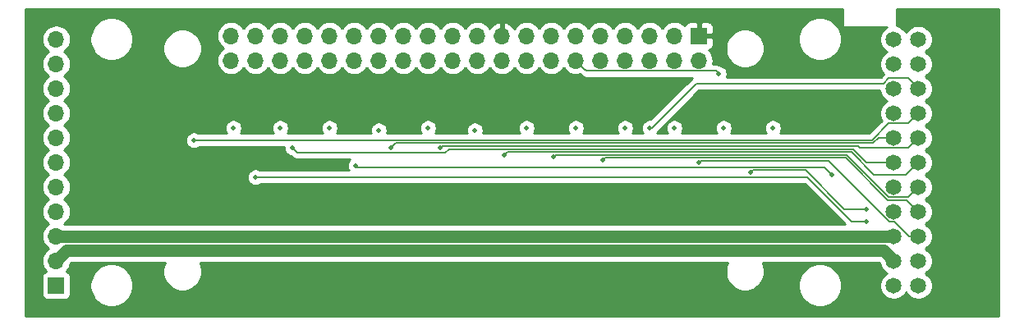
<source format=gbr>
G04 #@! TF.GenerationSoftware,KiCad,Pcbnew,(5.1.2)-1*
G04 #@! TF.CreationDate,2019-10-29T15:15:45-05:00*
G04 #@! TF.ProjectId,computer_board,636f6d70-7574-4657-925f-626f6172642e,rev?*
G04 #@! TF.SameCoordinates,Original*
G04 #@! TF.FileFunction,Copper,L1,Top*
G04 #@! TF.FilePolarity,Positive*
%FSLAX46Y46*%
G04 Gerber Fmt 4.6, Leading zero omitted, Abs format (unit mm)*
G04 Created by KiCad (PCBNEW (5.1.2)-1) date 2019-10-29 15:15:45*
%MOMM*%
%LPD*%
G04 APERTURE LIST*
%ADD10C,1.640000*%
%ADD11O,1.700000X1.700000*%
%ADD12R,1.700000X1.700000*%
%ADD13C,0.508000*%
%ADD14C,0.152400*%
%ADD15C,1.270000*%
%ADD16C,0.254000*%
G04 APERTURE END LIST*
D10*
X184150000Y-59690000D03*
X181610000Y-59690000D03*
X184150000Y-62230000D03*
X181610000Y-62230000D03*
X184150000Y-64770000D03*
X181610000Y-64770000D03*
X184150000Y-67310000D03*
X181610000Y-67310000D03*
X184150000Y-69850000D03*
X181610000Y-69850000D03*
X184150000Y-72390000D03*
X181610000Y-72390000D03*
X184150000Y-74930000D03*
X181610000Y-74930000D03*
X184150000Y-77470000D03*
X181610000Y-77470000D03*
X184150000Y-80010000D03*
X181610000Y-80010000D03*
X184150000Y-82550000D03*
X181610000Y-82550000D03*
X184150000Y-85090000D03*
X181610000Y-85090000D03*
D11*
X95250000Y-59690000D03*
X95250000Y-62230000D03*
X95250000Y-64770000D03*
X95250000Y-67310000D03*
X95250000Y-69850000D03*
X95250000Y-72390000D03*
X95250000Y-74930000D03*
X95250000Y-77470000D03*
X95250000Y-80010000D03*
X95250000Y-82550000D03*
D12*
X95250000Y-85090000D03*
D11*
X113265000Y-61870000D03*
X113265000Y-59330000D03*
X115805000Y-61870000D03*
X115805000Y-59330000D03*
X118345000Y-61870000D03*
X118345000Y-59330000D03*
X120885000Y-61870000D03*
X120885000Y-59330000D03*
X123425000Y-61870000D03*
X123425000Y-59330000D03*
X125965000Y-61870000D03*
X125965000Y-59330000D03*
X128505000Y-61870000D03*
X128505000Y-59330000D03*
X131045000Y-61870000D03*
X131045000Y-59330000D03*
X133585000Y-61870000D03*
X133585000Y-59330000D03*
X136125000Y-61870000D03*
X136125000Y-59330000D03*
X138665000Y-61870000D03*
X138665000Y-59330000D03*
X141205000Y-61870000D03*
X141205000Y-59330000D03*
X143745000Y-61870000D03*
X143745000Y-59330000D03*
X146285000Y-61870000D03*
X146285000Y-59330000D03*
X148825000Y-61870000D03*
X148825000Y-59330000D03*
X151365000Y-61870000D03*
X151365000Y-59330000D03*
X153905000Y-61870000D03*
X153905000Y-59330000D03*
X156445000Y-61870000D03*
X156445000Y-59330000D03*
X158985000Y-61870000D03*
X158985000Y-59330000D03*
X161525000Y-61870000D03*
D12*
X161525000Y-59330000D03*
D13*
X137414000Y-67310000D03*
X127254000Y-67056000D03*
X142494000Y-67310000D03*
X112014000Y-67310000D03*
X162814000Y-67310000D03*
X132334000Y-67310000D03*
X147574000Y-67310000D03*
X122174000Y-67310000D03*
X152654000Y-67310000D03*
X117094000Y-67310000D03*
X167894000Y-67310000D03*
X155194000Y-66040000D03*
X160020000Y-64008000D03*
X163576000Y-63246000D03*
X138430000Y-69088000D03*
X159004000Y-68834000D03*
X128524000Y-69088000D03*
X143764000Y-68834000D03*
X113538000Y-68834000D03*
X164084000Y-68834000D03*
X133604000Y-68834000D03*
X148844000Y-68834000D03*
X123444000Y-68834000D03*
X153924000Y-68834000D03*
X118364000Y-68834000D03*
X169164000Y-68834000D03*
X178816000Y-78486000D03*
X115824000Y-73914000D03*
X178816000Y-77216000D03*
X166878000Y-73406000D03*
X161544000Y-72415460D03*
X151638000Y-72136000D03*
X146558000Y-71805840D03*
X141478000Y-71628000D03*
X134874000Y-70891410D03*
X109474000Y-70104000D03*
X156464000Y-68834000D03*
X175260000Y-73660000D03*
X126154000Y-72728000D03*
X129794000Y-70866000D03*
X119634000Y-70866000D03*
D14*
X149674999Y-62719999D02*
X148825000Y-61870000D01*
X149903601Y-62948601D02*
X149674999Y-62719999D01*
X163278601Y-62948601D02*
X149903601Y-62948601D01*
X163576000Y-63246000D02*
X163278601Y-62948601D01*
X178816000Y-78486000D02*
X177292000Y-78486000D01*
X172694601Y-73888601D02*
X166649399Y-73888601D01*
X177292000Y-78486000D02*
X172694601Y-73888601D01*
X166649399Y-73888601D02*
X166624000Y-73914000D01*
X166624000Y-73914000D02*
X115824000Y-73914000D01*
X176530000Y-77216000D02*
X172516871Y-73202871D01*
X178816000Y-77216000D02*
X176530000Y-77216000D01*
X172516871Y-73202871D02*
X167081129Y-73202871D01*
X167081129Y-73202871D02*
X166878000Y-73406000D01*
X181134601Y-78518601D02*
X174853670Y-72237670D01*
X181670531Y-78518601D02*
X181134601Y-78518601D01*
X184150000Y-80010000D02*
X183161930Y-80010000D01*
X183161930Y-80010000D02*
X181670531Y-78518601D01*
X174853670Y-72237670D02*
X162306000Y-72237670D01*
X162306000Y-72237670D02*
X161721790Y-72237670D01*
X161721790Y-72237670D02*
X161544000Y-72415460D01*
X180980414Y-76283410D02*
X176629864Y-71932860D01*
X184150000Y-77470000D02*
X182963411Y-76283411D01*
X182963411Y-76283411D02*
X180980414Y-76283410D01*
X176629864Y-71932860D02*
X151841140Y-71932860D01*
X151841140Y-71932860D02*
X151638000Y-72136000D01*
X181106671Y-75978601D02*
X177038000Y-71909930D01*
X184150000Y-74930000D02*
X183101399Y-75978601D01*
X183101399Y-75978601D02*
X181106671Y-75978601D01*
X177038000Y-71882000D02*
X176784050Y-71628050D01*
X177038000Y-71909930D02*
X177038000Y-71882000D01*
X176784050Y-71628050D02*
X146735790Y-71628050D01*
X146735790Y-71628050D02*
X146558000Y-71805840D01*
X182880000Y-73660000D02*
X179578000Y-73660000D01*
X184150000Y-72390000D02*
X182880000Y-73660000D01*
X179578000Y-73660000D02*
X177241240Y-71323240D01*
X177241240Y-71323240D02*
X141782760Y-71323240D01*
X141782760Y-71323240D02*
X141478000Y-71628000D01*
X178086601Y-70898601D02*
X177901620Y-70713620D01*
X184150000Y-69850000D02*
X183101399Y-70898601D01*
X183101399Y-70898601D02*
X178086601Y-70898601D01*
X177901620Y-70713620D02*
X137414000Y-70713620D01*
X137414000Y-70713620D02*
X135051790Y-70713620D01*
X135051790Y-70713620D02*
X134874000Y-70891410D01*
X179361272Y-70104000D02*
X109474000Y-70104000D01*
X181106671Y-68358601D02*
X179361272Y-70104000D01*
X184150000Y-67310000D02*
X183101399Y-68358601D01*
X183101399Y-68358601D02*
X181106671Y-68358601D01*
X183101399Y-63721399D02*
X181106671Y-63721399D01*
X184150000Y-64770000D02*
X183101399Y-63721399D01*
X181106671Y-63721399D02*
X180561399Y-64266671D01*
X180561399Y-64266671D02*
X161237579Y-64266671D01*
X161237579Y-64266671D02*
X156670250Y-68834000D01*
X156670250Y-68834000D02*
X156464000Y-68834000D01*
X174498000Y-72898000D02*
X175260000Y-73660000D01*
X174497939Y-72898061D02*
X174498000Y-72898000D01*
X126324061Y-72898061D02*
X174497939Y-72898061D01*
X126154000Y-72728000D02*
X126324061Y-72898061D01*
X180046338Y-69850000D02*
X179487528Y-70408810D01*
X181610000Y-69850000D02*
X180046338Y-69850000D01*
X179487528Y-70408810D02*
X130251190Y-70408810D01*
X130251190Y-70408810D02*
X129794000Y-70866000D01*
X181610000Y-72390000D02*
X178816000Y-72390000D01*
X178816000Y-72390000D02*
X177444430Y-71018430D01*
X177444430Y-71018430D02*
X135737570Y-71018430D01*
X120142011Y-71374011D02*
X119634000Y-70866000D01*
X135737570Y-71018430D02*
X135381989Y-71374011D01*
X135381989Y-71374011D02*
X120142011Y-71374011D01*
D15*
X180450345Y-80010000D02*
X95250000Y-80010000D01*
X181610000Y-80010000D02*
X180450345Y-80010000D01*
X180790001Y-81730001D02*
X181610000Y-82550000D01*
X180547599Y-81487599D02*
X180790001Y-81730001D01*
X96312401Y-81487599D02*
X180547599Y-81487599D01*
X95250000Y-82550000D02*
X96312401Y-81487599D01*
D16*
G36*
X176330143Y-58428500D02*
G01*
X180879038Y-58428500D01*
X180682492Y-58559828D01*
X180479828Y-58762492D01*
X180320596Y-59000799D01*
X180210915Y-59265592D01*
X180155000Y-59546695D01*
X180155000Y-59833305D01*
X180210915Y-60114408D01*
X180320596Y-60379201D01*
X180479828Y-60617508D01*
X180682492Y-60820172D01*
X180891759Y-60960000D01*
X180682492Y-61099828D01*
X180479828Y-61302492D01*
X180320596Y-61540799D01*
X180210915Y-61805592D01*
X180155000Y-62086695D01*
X180155000Y-62373305D01*
X180210915Y-62654408D01*
X180320596Y-62919201D01*
X180479828Y-63157508D01*
X180572301Y-63249981D01*
X180266812Y-63555471D01*
X164410059Y-63555471D01*
X164430836Y-63505312D01*
X164465000Y-63333559D01*
X164465000Y-63158441D01*
X164430836Y-62986688D01*
X164363821Y-62824901D01*
X164266531Y-62679296D01*
X164142704Y-62555469D01*
X163997099Y-62458179D01*
X163835312Y-62391164D01*
X163683680Y-62361002D01*
X163675634Y-62354399D01*
X163552082Y-62288359D01*
X163418021Y-62247692D01*
X163313537Y-62237401D01*
X163313527Y-62237401D01*
X163278601Y-62233961D01*
X163243675Y-62237401D01*
X162965371Y-62237401D01*
X162988513Y-62161111D01*
X163017185Y-61870000D01*
X162988513Y-61578889D01*
X162903599Y-61298966D01*
X162765706Y-61040986D01*
X162580134Y-60814866D01*
X162550313Y-60790393D01*
X162619180Y-60769502D01*
X162729494Y-60710537D01*
X162826185Y-60631185D01*
X162905537Y-60534494D01*
X162949614Y-60452032D01*
X164265000Y-60452032D01*
X164265000Y-60847968D01*
X164342243Y-61236296D01*
X164493761Y-61602092D01*
X164713731Y-61931301D01*
X164993699Y-62211269D01*
X165322908Y-62431239D01*
X165688704Y-62582757D01*
X166077032Y-62660000D01*
X166472968Y-62660000D01*
X166861296Y-62582757D01*
X167227092Y-62431239D01*
X167556301Y-62211269D01*
X167836269Y-61931301D01*
X168056239Y-61602092D01*
X168207757Y-61236296D01*
X168285000Y-60847968D01*
X168285000Y-60452032D01*
X168207757Y-60063704D01*
X168056239Y-59697908D01*
X167903871Y-59469872D01*
X171755000Y-59469872D01*
X171755000Y-59910128D01*
X171840890Y-60341925D01*
X172009369Y-60748669D01*
X172253962Y-61114729D01*
X172565271Y-61426038D01*
X172931331Y-61670631D01*
X173338075Y-61839110D01*
X173769872Y-61925000D01*
X174210128Y-61925000D01*
X174641925Y-61839110D01*
X175048669Y-61670631D01*
X175414729Y-61426038D01*
X175726038Y-61114729D01*
X175970631Y-60748669D01*
X176139110Y-60341925D01*
X176225000Y-59910128D01*
X176225000Y-59469872D01*
X176139110Y-59038075D01*
X175970631Y-58631331D01*
X175726038Y-58265271D01*
X175414729Y-57953962D01*
X175048669Y-57709369D01*
X174641925Y-57540890D01*
X174210128Y-57455000D01*
X173769872Y-57455000D01*
X173338075Y-57540890D01*
X172931331Y-57709369D01*
X172565271Y-57953962D01*
X172253962Y-58265271D01*
X172009369Y-58631331D01*
X171840890Y-59038075D01*
X171755000Y-59469872D01*
X167903871Y-59469872D01*
X167836269Y-59368699D01*
X167556301Y-59088731D01*
X167227092Y-58868761D01*
X166861296Y-58717243D01*
X166472968Y-58640000D01*
X166077032Y-58640000D01*
X165688704Y-58717243D01*
X165322908Y-58868761D01*
X164993699Y-59088731D01*
X164713731Y-59368699D01*
X164493761Y-59697908D01*
X164342243Y-60063704D01*
X164265000Y-60452032D01*
X162949614Y-60452032D01*
X162964502Y-60424180D01*
X163000812Y-60304482D01*
X163013072Y-60180000D01*
X163010000Y-59615750D01*
X162851250Y-59457000D01*
X161652000Y-59457000D01*
X161652000Y-59477000D01*
X161398000Y-59477000D01*
X161398000Y-59457000D01*
X161378000Y-59457000D01*
X161378000Y-59203000D01*
X161398000Y-59203000D01*
X161398000Y-58003750D01*
X161652000Y-58003750D01*
X161652000Y-59203000D01*
X162851250Y-59203000D01*
X163010000Y-59044250D01*
X163013072Y-58480000D01*
X163000812Y-58355518D01*
X162964502Y-58235820D01*
X162905537Y-58125506D01*
X162826185Y-58028815D01*
X162729494Y-57949463D01*
X162619180Y-57890498D01*
X162499482Y-57854188D01*
X162375000Y-57841928D01*
X161810750Y-57845000D01*
X161652000Y-58003750D01*
X161398000Y-58003750D01*
X161239250Y-57845000D01*
X160675000Y-57841928D01*
X160550518Y-57854188D01*
X160430820Y-57890498D01*
X160320506Y-57949463D01*
X160223815Y-58028815D01*
X160144463Y-58125506D01*
X160085498Y-58235820D01*
X160064607Y-58304687D01*
X160040134Y-58274866D01*
X159814014Y-58089294D01*
X159556034Y-57951401D01*
X159276111Y-57866487D01*
X159057950Y-57845000D01*
X158912050Y-57845000D01*
X158693889Y-57866487D01*
X158413966Y-57951401D01*
X158155986Y-58089294D01*
X157929866Y-58274866D01*
X157744294Y-58500986D01*
X157715000Y-58555791D01*
X157685706Y-58500986D01*
X157500134Y-58274866D01*
X157274014Y-58089294D01*
X157016034Y-57951401D01*
X156736111Y-57866487D01*
X156517950Y-57845000D01*
X156372050Y-57845000D01*
X156153889Y-57866487D01*
X155873966Y-57951401D01*
X155615986Y-58089294D01*
X155389866Y-58274866D01*
X155204294Y-58500986D01*
X155175000Y-58555791D01*
X155145706Y-58500986D01*
X154960134Y-58274866D01*
X154734014Y-58089294D01*
X154476034Y-57951401D01*
X154196111Y-57866487D01*
X153977950Y-57845000D01*
X153832050Y-57845000D01*
X153613889Y-57866487D01*
X153333966Y-57951401D01*
X153075986Y-58089294D01*
X152849866Y-58274866D01*
X152664294Y-58500986D01*
X152635000Y-58555791D01*
X152605706Y-58500986D01*
X152420134Y-58274866D01*
X152194014Y-58089294D01*
X151936034Y-57951401D01*
X151656111Y-57866487D01*
X151437950Y-57845000D01*
X151292050Y-57845000D01*
X151073889Y-57866487D01*
X150793966Y-57951401D01*
X150535986Y-58089294D01*
X150309866Y-58274866D01*
X150124294Y-58500986D01*
X150095000Y-58555791D01*
X150065706Y-58500986D01*
X149880134Y-58274866D01*
X149654014Y-58089294D01*
X149396034Y-57951401D01*
X149116111Y-57866487D01*
X148897950Y-57845000D01*
X148752050Y-57845000D01*
X148533889Y-57866487D01*
X148253966Y-57951401D01*
X147995986Y-58089294D01*
X147769866Y-58274866D01*
X147584294Y-58500986D01*
X147555000Y-58555791D01*
X147525706Y-58500986D01*
X147340134Y-58274866D01*
X147114014Y-58089294D01*
X146856034Y-57951401D01*
X146576111Y-57866487D01*
X146357950Y-57845000D01*
X146212050Y-57845000D01*
X145993889Y-57866487D01*
X145713966Y-57951401D01*
X145455986Y-58089294D01*
X145229866Y-58274866D01*
X145044294Y-58500986D01*
X145015000Y-58555791D01*
X144985706Y-58500986D01*
X144800134Y-58274866D01*
X144574014Y-58089294D01*
X144316034Y-57951401D01*
X144036111Y-57866487D01*
X143817950Y-57845000D01*
X143672050Y-57845000D01*
X143453889Y-57866487D01*
X143173966Y-57951401D01*
X142915986Y-58089294D01*
X142689866Y-58274866D01*
X142504294Y-58500986D01*
X142469799Y-58565523D01*
X142400178Y-58448645D01*
X142205269Y-58232412D01*
X141971920Y-58058359D01*
X141709099Y-57933175D01*
X141561890Y-57888524D01*
X141332000Y-58009845D01*
X141332000Y-59203000D01*
X141352000Y-59203000D01*
X141352000Y-59457000D01*
X141332000Y-59457000D01*
X141332000Y-59477000D01*
X141078000Y-59477000D01*
X141078000Y-59457000D01*
X141058000Y-59457000D01*
X141058000Y-59203000D01*
X141078000Y-59203000D01*
X141078000Y-58009845D01*
X140848110Y-57888524D01*
X140700901Y-57933175D01*
X140438080Y-58058359D01*
X140204731Y-58232412D01*
X140009822Y-58448645D01*
X139940201Y-58565523D01*
X139905706Y-58500986D01*
X139720134Y-58274866D01*
X139494014Y-58089294D01*
X139236034Y-57951401D01*
X138956111Y-57866487D01*
X138737950Y-57845000D01*
X138592050Y-57845000D01*
X138373889Y-57866487D01*
X138093966Y-57951401D01*
X137835986Y-58089294D01*
X137609866Y-58274866D01*
X137424294Y-58500986D01*
X137395000Y-58555791D01*
X137365706Y-58500986D01*
X137180134Y-58274866D01*
X136954014Y-58089294D01*
X136696034Y-57951401D01*
X136416111Y-57866487D01*
X136197950Y-57845000D01*
X136052050Y-57845000D01*
X135833889Y-57866487D01*
X135553966Y-57951401D01*
X135295986Y-58089294D01*
X135069866Y-58274866D01*
X134884294Y-58500986D01*
X134855000Y-58555791D01*
X134825706Y-58500986D01*
X134640134Y-58274866D01*
X134414014Y-58089294D01*
X134156034Y-57951401D01*
X133876111Y-57866487D01*
X133657950Y-57845000D01*
X133512050Y-57845000D01*
X133293889Y-57866487D01*
X133013966Y-57951401D01*
X132755986Y-58089294D01*
X132529866Y-58274866D01*
X132344294Y-58500986D01*
X132315000Y-58555791D01*
X132285706Y-58500986D01*
X132100134Y-58274866D01*
X131874014Y-58089294D01*
X131616034Y-57951401D01*
X131336111Y-57866487D01*
X131117950Y-57845000D01*
X130972050Y-57845000D01*
X130753889Y-57866487D01*
X130473966Y-57951401D01*
X130215986Y-58089294D01*
X129989866Y-58274866D01*
X129804294Y-58500986D01*
X129775000Y-58555791D01*
X129745706Y-58500986D01*
X129560134Y-58274866D01*
X129334014Y-58089294D01*
X129076034Y-57951401D01*
X128796111Y-57866487D01*
X128577950Y-57845000D01*
X128432050Y-57845000D01*
X128213889Y-57866487D01*
X127933966Y-57951401D01*
X127675986Y-58089294D01*
X127449866Y-58274866D01*
X127264294Y-58500986D01*
X127235000Y-58555791D01*
X127205706Y-58500986D01*
X127020134Y-58274866D01*
X126794014Y-58089294D01*
X126536034Y-57951401D01*
X126256111Y-57866487D01*
X126037950Y-57845000D01*
X125892050Y-57845000D01*
X125673889Y-57866487D01*
X125393966Y-57951401D01*
X125135986Y-58089294D01*
X124909866Y-58274866D01*
X124724294Y-58500986D01*
X124695000Y-58555791D01*
X124665706Y-58500986D01*
X124480134Y-58274866D01*
X124254014Y-58089294D01*
X123996034Y-57951401D01*
X123716111Y-57866487D01*
X123497950Y-57845000D01*
X123352050Y-57845000D01*
X123133889Y-57866487D01*
X122853966Y-57951401D01*
X122595986Y-58089294D01*
X122369866Y-58274866D01*
X122184294Y-58500986D01*
X122155000Y-58555791D01*
X122125706Y-58500986D01*
X121940134Y-58274866D01*
X121714014Y-58089294D01*
X121456034Y-57951401D01*
X121176111Y-57866487D01*
X120957950Y-57845000D01*
X120812050Y-57845000D01*
X120593889Y-57866487D01*
X120313966Y-57951401D01*
X120055986Y-58089294D01*
X119829866Y-58274866D01*
X119644294Y-58500986D01*
X119615000Y-58555791D01*
X119585706Y-58500986D01*
X119400134Y-58274866D01*
X119174014Y-58089294D01*
X118916034Y-57951401D01*
X118636111Y-57866487D01*
X118417950Y-57845000D01*
X118272050Y-57845000D01*
X118053889Y-57866487D01*
X117773966Y-57951401D01*
X117515986Y-58089294D01*
X117289866Y-58274866D01*
X117104294Y-58500986D01*
X117075000Y-58555791D01*
X117045706Y-58500986D01*
X116860134Y-58274866D01*
X116634014Y-58089294D01*
X116376034Y-57951401D01*
X116096111Y-57866487D01*
X115877950Y-57845000D01*
X115732050Y-57845000D01*
X115513889Y-57866487D01*
X115233966Y-57951401D01*
X114975986Y-58089294D01*
X114749866Y-58274866D01*
X114564294Y-58500986D01*
X114535000Y-58555791D01*
X114505706Y-58500986D01*
X114320134Y-58274866D01*
X114094014Y-58089294D01*
X113836034Y-57951401D01*
X113556111Y-57866487D01*
X113337950Y-57845000D01*
X113192050Y-57845000D01*
X112973889Y-57866487D01*
X112693966Y-57951401D01*
X112435986Y-58089294D01*
X112209866Y-58274866D01*
X112024294Y-58500986D01*
X111886401Y-58758966D01*
X111801487Y-59038889D01*
X111772815Y-59330000D01*
X111801487Y-59621111D01*
X111886401Y-59901034D01*
X112024294Y-60159014D01*
X112209866Y-60385134D01*
X112435986Y-60570706D01*
X112490791Y-60600000D01*
X112435986Y-60629294D01*
X112209866Y-60814866D01*
X112024294Y-61040986D01*
X111886401Y-61298966D01*
X111801487Y-61578889D01*
X111772815Y-61870000D01*
X111801487Y-62161111D01*
X111886401Y-62441034D01*
X112024294Y-62699014D01*
X112209866Y-62925134D01*
X112435986Y-63110706D01*
X112693966Y-63248599D01*
X112973889Y-63333513D01*
X113192050Y-63355000D01*
X113337950Y-63355000D01*
X113556111Y-63333513D01*
X113836034Y-63248599D01*
X114094014Y-63110706D01*
X114320134Y-62925134D01*
X114505706Y-62699014D01*
X114535000Y-62644209D01*
X114564294Y-62699014D01*
X114749866Y-62925134D01*
X114975986Y-63110706D01*
X115233966Y-63248599D01*
X115513889Y-63333513D01*
X115732050Y-63355000D01*
X115877950Y-63355000D01*
X116096111Y-63333513D01*
X116376034Y-63248599D01*
X116634014Y-63110706D01*
X116860134Y-62925134D01*
X117045706Y-62699014D01*
X117075000Y-62644209D01*
X117104294Y-62699014D01*
X117289866Y-62925134D01*
X117515986Y-63110706D01*
X117773966Y-63248599D01*
X118053889Y-63333513D01*
X118272050Y-63355000D01*
X118417950Y-63355000D01*
X118636111Y-63333513D01*
X118916034Y-63248599D01*
X119174014Y-63110706D01*
X119400134Y-62925134D01*
X119585706Y-62699014D01*
X119615000Y-62644209D01*
X119644294Y-62699014D01*
X119829866Y-62925134D01*
X120055986Y-63110706D01*
X120313966Y-63248599D01*
X120593889Y-63333513D01*
X120812050Y-63355000D01*
X120957950Y-63355000D01*
X121176111Y-63333513D01*
X121456034Y-63248599D01*
X121714014Y-63110706D01*
X121940134Y-62925134D01*
X122125706Y-62699014D01*
X122155000Y-62644209D01*
X122184294Y-62699014D01*
X122369866Y-62925134D01*
X122595986Y-63110706D01*
X122853966Y-63248599D01*
X123133889Y-63333513D01*
X123352050Y-63355000D01*
X123497950Y-63355000D01*
X123716111Y-63333513D01*
X123996034Y-63248599D01*
X124254014Y-63110706D01*
X124480134Y-62925134D01*
X124665706Y-62699014D01*
X124695000Y-62644209D01*
X124724294Y-62699014D01*
X124909866Y-62925134D01*
X125135986Y-63110706D01*
X125393966Y-63248599D01*
X125673889Y-63333513D01*
X125892050Y-63355000D01*
X126037950Y-63355000D01*
X126256111Y-63333513D01*
X126536034Y-63248599D01*
X126794014Y-63110706D01*
X127020134Y-62925134D01*
X127205706Y-62699014D01*
X127235000Y-62644209D01*
X127264294Y-62699014D01*
X127449866Y-62925134D01*
X127675986Y-63110706D01*
X127933966Y-63248599D01*
X128213889Y-63333513D01*
X128432050Y-63355000D01*
X128577950Y-63355000D01*
X128796111Y-63333513D01*
X129076034Y-63248599D01*
X129334014Y-63110706D01*
X129560134Y-62925134D01*
X129745706Y-62699014D01*
X129775000Y-62644209D01*
X129804294Y-62699014D01*
X129989866Y-62925134D01*
X130215986Y-63110706D01*
X130473966Y-63248599D01*
X130753889Y-63333513D01*
X130972050Y-63355000D01*
X131117950Y-63355000D01*
X131336111Y-63333513D01*
X131616034Y-63248599D01*
X131874014Y-63110706D01*
X132100134Y-62925134D01*
X132285706Y-62699014D01*
X132315000Y-62644209D01*
X132344294Y-62699014D01*
X132529866Y-62925134D01*
X132755986Y-63110706D01*
X133013966Y-63248599D01*
X133293889Y-63333513D01*
X133512050Y-63355000D01*
X133657950Y-63355000D01*
X133876111Y-63333513D01*
X134156034Y-63248599D01*
X134414014Y-63110706D01*
X134640134Y-62925134D01*
X134825706Y-62699014D01*
X134855000Y-62644209D01*
X134884294Y-62699014D01*
X135069866Y-62925134D01*
X135295986Y-63110706D01*
X135553966Y-63248599D01*
X135833889Y-63333513D01*
X136052050Y-63355000D01*
X136197950Y-63355000D01*
X136416111Y-63333513D01*
X136696034Y-63248599D01*
X136954014Y-63110706D01*
X137180134Y-62925134D01*
X137365706Y-62699014D01*
X137395000Y-62644209D01*
X137424294Y-62699014D01*
X137609866Y-62925134D01*
X137835986Y-63110706D01*
X138093966Y-63248599D01*
X138373889Y-63333513D01*
X138592050Y-63355000D01*
X138737950Y-63355000D01*
X138956111Y-63333513D01*
X139236034Y-63248599D01*
X139494014Y-63110706D01*
X139720134Y-62925134D01*
X139905706Y-62699014D01*
X139935000Y-62644209D01*
X139964294Y-62699014D01*
X140149866Y-62925134D01*
X140375986Y-63110706D01*
X140633966Y-63248599D01*
X140913889Y-63333513D01*
X141132050Y-63355000D01*
X141277950Y-63355000D01*
X141496111Y-63333513D01*
X141776034Y-63248599D01*
X142034014Y-63110706D01*
X142260134Y-62925134D01*
X142445706Y-62699014D01*
X142475000Y-62644209D01*
X142504294Y-62699014D01*
X142689866Y-62925134D01*
X142915986Y-63110706D01*
X143173966Y-63248599D01*
X143453889Y-63333513D01*
X143672050Y-63355000D01*
X143817950Y-63355000D01*
X144036111Y-63333513D01*
X144316034Y-63248599D01*
X144574014Y-63110706D01*
X144800134Y-62925134D01*
X144985706Y-62699014D01*
X145015000Y-62644209D01*
X145044294Y-62699014D01*
X145229866Y-62925134D01*
X145455986Y-63110706D01*
X145713966Y-63248599D01*
X145993889Y-63333513D01*
X146212050Y-63355000D01*
X146357950Y-63355000D01*
X146576111Y-63333513D01*
X146856034Y-63248599D01*
X147114014Y-63110706D01*
X147340134Y-62925134D01*
X147525706Y-62699014D01*
X147555000Y-62644209D01*
X147584294Y-62699014D01*
X147769866Y-62925134D01*
X147995986Y-63110706D01*
X148253966Y-63248599D01*
X148533889Y-63333513D01*
X148752050Y-63355000D01*
X148897950Y-63355000D01*
X149116111Y-63333513D01*
X149243947Y-63294734D01*
X149375999Y-63426786D01*
X149398274Y-63453928D01*
X149506568Y-63542803D01*
X149630120Y-63608843D01*
X149764181Y-63649510D01*
X149868665Y-63659801D01*
X149868674Y-63659801D01*
X149903600Y-63663241D01*
X149938526Y-63659801D01*
X160864246Y-63659801D01*
X160840546Y-63672469D01*
X160759388Y-63739073D01*
X160759383Y-63739078D01*
X160732252Y-63761344D01*
X160709986Y-63788475D01*
X156553147Y-67945316D01*
X156551559Y-67945000D01*
X156376441Y-67945000D01*
X156204688Y-67979164D01*
X156042901Y-68046179D01*
X155897296Y-68143469D01*
X155773469Y-68267296D01*
X155676179Y-68412901D01*
X155609164Y-68574688D01*
X155575000Y-68746441D01*
X155575000Y-68921559D01*
X155609164Y-69093312D01*
X155676179Y-69255099D01*
X155768188Y-69392800D01*
X154619812Y-69392800D01*
X154711821Y-69255099D01*
X154778836Y-69093312D01*
X154813000Y-68921559D01*
X154813000Y-68746441D01*
X154778836Y-68574688D01*
X154711821Y-68412901D01*
X154614531Y-68267296D01*
X154490704Y-68143469D01*
X154345099Y-68046179D01*
X154183312Y-67979164D01*
X154011559Y-67945000D01*
X153836441Y-67945000D01*
X153664688Y-67979164D01*
X153502901Y-68046179D01*
X153357296Y-68143469D01*
X153233469Y-68267296D01*
X153136179Y-68412901D01*
X153069164Y-68574688D01*
X153035000Y-68746441D01*
X153035000Y-68921559D01*
X153069164Y-69093312D01*
X153136179Y-69255099D01*
X153228188Y-69392800D01*
X149539812Y-69392800D01*
X149631821Y-69255099D01*
X149698836Y-69093312D01*
X149733000Y-68921559D01*
X149733000Y-68746441D01*
X149698836Y-68574688D01*
X149631821Y-68412901D01*
X149534531Y-68267296D01*
X149410704Y-68143469D01*
X149265099Y-68046179D01*
X149103312Y-67979164D01*
X148931559Y-67945000D01*
X148756441Y-67945000D01*
X148584688Y-67979164D01*
X148422901Y-68046179D01*
X148277296Y-68143469D01*
X148153469Y-68267296D01*
X148056179Y-68412901D01*
X147989164Y-68574688D01*
X147955000Y-68746441D01*
X147955000Y-68921559D01*
X147989164Y-69093312D01*
X148056179Y-69255099D01*
X148148188Y-69392800D01*
X144459812Y-69392800D01*
X144551821Y-69255099D01*
X144618836Y-69093312D01*
X144653000Y-68921559D01*
X144653000Y-68746441D01*
X144618836Y-68574688D01*
X144551821Y-68412901D01*
X144454531Y-68267296D01*
X144330704Y-68143469D01*
X144185099Y-68046179D01*
X144023312Y-67979164D01*
X143851559Y-67945000D01*
X143676441Y-67945000D01*
X143504688Y-67979164D01*
X143342901Y-68046179D01*
X143197296Y-68143469D01*
X143073469Y-68267296D01*
X142976179Y-68412901D01*
X142909164Y-68574688D01*
X142875000Y-68746441D01*
X142875000Y-68921559D01*
X142909164Y-69093312D01*
X142976179Y-69255099D01*
X143068188Y-69392800D01*
X139265994Y-69392800D01*
X139284836Y-69347312D01*
X139319000Y-69175559D01*
X139319000Y-69000441D01*
X139284836Y-68828688D01*
X139217821Y-68666901D01*
X139120531Y-68521296D01*
X138996704Y-68397469D01*
X138851099Y-68300179D01*
X138689312Y-68233164D01*
X138517559Y-68199000D01*
X138342441Y-68199000D01*
X138170688Y-68233164D01*
X138008901Y-68300179D01*
X137863296Y-68397469D01*
X137739469Y-68521296D01*
X137642179Y-68666901D01*
X137575164Y-68828688D01*
X137541000Y-69000441D01*
X137541000Y-69175559D01*
X137575164Y-69347312D01*
X137594006Y-69392800D01*
X134299812Y-69392800D01*
X134391821Y-69255099D01*
X134458836Y-69093312D01*
X134493000Y-68921559D01*
X134493000Y-68746441D01*
X134458836Y-68574688D01*
X134391821Y-68412901D01*
X134294531Y-68267296D01*
X134170704Y-68143469D01*
X134025099Y-68046179D01*
X133863312Y-67979164D01*
X133691559Y-67945000D01*
X133516441Y-67945000D01*
X133344688Y-67979164D01*
X133182901Y-68046179D01*
X133037296Y-68143469D01*
X132913469Y-68267296D01*
X132816179Y-68412901D01*
X132749164Y-68574688D01*
X132715000Y-68746441D01*
X132715000Y-68921559D01*
X132749164Y-69093312D01*
X132816179Y-69255099D01*
X132908188Y-69392800D01*
X129359994Y-69392800D01*
X129378836Y-69347312D01*
X129413000Y-69175559D01*
X129413000Y-69000441D01*
X129378836Y-68828688D01*
X129311821Y-68666901D01*
X129214531Y-68521296D01*
X129090704Y-68397469D01*
X128945099Y-68300179D01*
X128783312Y-68233164D01*
X128611559Y-68199000D01*
X128436441Y-68199000D01*
X128264688Y-68233164D01*
X128102901Y-68300179D01*
X127957296Y-68397469D01*
X127833469Y-68521296D01*
X127736179Y-68666901D01*
X127669164Y-68828688D01*
X127635000Y-69000441D01*
X127635000Y-69175559D01*
X127669164Y-69347312D01*
X127688006Y-69392800D01*
X124139812Y-69392800D01*
X124231821Y-69255099D01*
X124298836Y-69093312D01*
X124333000Y-68921559D01*
X124333000Y-68746441D01*
X124298836Y-68574688D01*
X124231821Y-68412901D01*
X124134531Y-68267296D01*
X124010704Y-68143469D01*
X123865099Y-68046179D01*
X123703312Y-67979164D01*
X123531559Y-67945000D01*
X123356441Y-67945000D01*
X123184688Y-67979164D01*
X123022901Y-68046179D01*
X122877296Y-68143469D01*
X122753469Y-68267296D01*
X122656179Y-68412901D01*
X122589164Y-68574688D01*
X122555000Y-68746441D01*
X122555000Y-68921559D01*
X122589164Y-69093312D01*
X122656179Y-69255099D01*
X122748188Y-69392800D01*
X119059812Y-69392800D01*
X119151821Y-69255099D01*
X119218836Y-69093312D01*
X119253000Y-68921559D01*
X119253000Y-68746441D01*
X119218836Y-68574688D01*
X119151821Y-68412901D01*
X119054531Y-68267296D01*
X118930704Y-68143469D01*
X118785099Y-68046179D01*
X118623312Y-67979164D01*
X118451559Y-67945000D01*
X118276441Y-67945000D01*
X118104688Y-67979164D01*
X117942901Y-68046179D01*
X117797296Y-68143469D01*
X117673469Y-68267296D01*
X117576179Y-68412901D01*
X117509164Y-68574688D01*
X117475000Y-68746441D01*
X117475000Y-68921559D01*
X117509164Y-69093312D01*
X117576179Y-69255099D01*
X117668188Y-69392800D01*
X114233812Y-69392800D01*
X114325821Y-69255099D01*
X114392836Y-69093312D01*
X114427000Y-68921559D01*
X114427000Y-68746441D01*
X114392836Y-68574688D01*
X114325821Y-68412901D01*
X114228531Y-68267296D01*
X114104704Y-68143469D01*
X113959099Y-68046179D01*
X113797312Y-67979164D01*
X113625559Y-67945000D01*
X113450441Y-67945000D01*
X113278688Y-67979164D01*
X113116901Y-68046179D01*
X112971296Y-68143469D01*
X112847469Y-68267296D01*
X112750179Y-68412901D01*
X112683164Y-68574688D01*
X112649000Y-68746441D01*
X112649000Y-68921559D01*
X112683164Y-69093312D01*
X112750179Y-69255099D01*
X112842188Y-69392800D01*
X110009771Y-69392800D01*
X109895099Y-69316179D01*
X109733312Y-69249164D01*
X109561559Y-69215000D01*
X109386441Y-69215000D01*
X109214688Y-69249164D01*
X109052901Y-69316179D01*
X108907296Y-69413469D01*
X108783469Y-69537296D01*
X108686179Y-69682901D01*
X108619164Y-69844688D01*
X108585000Y-70016441D01*
X108585000Y-70191559D01*
X108619164Y-70363312D01*
X108686179Y-70525099D01*
X108783469Y-70670704D01*
X108907296Y-70794531D01*
X109052901Y-70891821D01*
X109214688Y-70958836D01*
X109386441Y-70993000D01*
X109561559Y-70993000D01*
X109733312Y-70958836D01*
X109895099Y-70891821D01*
X110009771Y-70815200D01*
X118745000Y-70815200D01*
X118745000Y-70953559D01*
X118779164Y-71125312D01*
X118846179Y-71287099D01*
X118943469Y-71432704D01*
X119067296Y-71556531D01*
X119212901Y-71653821D01*
X119374688Y-71720836D01*
X119509955Y-71747742D01*
X119614413Y-71852201D01*
X119636684Y-71879338D01*
X119744978Y-71968213D01*
X119868530Y-72034253D01*
X120002591Y-72074920D01*
X120107075Y-72085211D01*
X120107084Y-72085211D01*
X120142010Y-72088651D01*
X120176936Y-72085211D01*
X125539554Y-72085211D01*
X125463469Y-72161296D01*
X125366179Y-72306901D01*
X125299164Y-72468688D01*
X125265000Y-72640441D01*
X125265000Y-72815559D01*
X125299164Y-72987312D01*
X125366179Y-73149099D01*
X125402061Y-73202800D01*
X116359771Y-73202800D01*
X116245099Y-73126179D01*
X116083312Y-73059164D01*
X115911559Y-73025000D01*
X115736441Y-73025000D01*
X115564688Y-73059164D01*
X115402901Y-73126179D01*
X115257296Y-73223469D01*
X115133469Y-73347296D01*
X115036179Y-73492901D01*
X114969164Y-73654688D01*
X114935000Y-73826441D01*
X114935000Y-74001559D01*
X114969164Y-74173312D01*
X115036179Y-74335099D01*
X115133469Y-74480704D01*
X115257296Y-74604531D01*
X115402901Y-74701821D01*
X115564688Y-74768836D01*
X115736441Y-74803000D01*
X115911559Y-74803000D01*
X116083312Y-74768836D01*
X116245099Y-74701821D01*
X116359771Y-74625200D01*
X166589074Y-74625200D01*
X166624000Y-74628640D01*
X166658926Y-74625200D01*
X166658936Y-74625200D01*
X166763420Y-74614909D01*
X166813224Y-74599801D01*
X172400014Y-74599801D01*
X176540212Y-78740000D01*
X96024209Y-78740000D01*
X96079014Y-78710706D01*
X96305134Y-78525134D01*
X96490706Y-78299014D01*
X96628599Y-78041034D01*
X96713513Y-77761111D01*
X96742185Y-77470000D01*
X96713513Y-77178889D01*
X96628599Y-76898966D01*
X96490706Y-76640986D01*
X96305134Y-76414866D01*
X96079014Y-76229294D01*
X96024209Y-76200000D01*
X96079014Y-76170706D01*
X96305134Y-75985134D01*
X96490706Y-75759014D01*
X96628599Y-75501034D01*
X96713513Y-75221111D01*
X96742185Y-74930000D01*
X96713513Y-74638889D01*
X96628599Y-74358966D01*
X96490706Y-74100986D01*
X96305134Y-73874866D01*
X96079014Y-73689294D01*
X96024209Y-73660000D01*
X96079014Y-73630706D01*
X96305134Y-73445134D01*
X96490706Y-73219014D01*
X96628599Y-72961034D01*
X96713513Y-72681111D01*
X96742185Y-72390000D01*
X96713513Y-72098889D01*
X96628599Y-71818966D01*
X96490706Y-71560986D01*
X96305134Y-71334866D01*
X96079014Y-71149294D01*
X96024209Y-71120000D01*
X96079014Y-71090706D01*
X96305134Y-70905134D01*
X96490706Y-70679014D01*
X96628599Y-70421034D01*
X96713513Y-70141111D01*
X96742185Y-69850000D01*
X96713513Y-69558889D01*
X96628599Y-69278966D01*
X96490706Y-69020986D01*
X96305134Y-68794866D01*
X96079014Y-68609294D01*
X96024209Y-68580000D01*
X96079014Y-68550706D01*
X96305134Y-68365134D01*
X96490706Y-68139014D01*
X96628599Y-67881034D01*
X96713513Y-67601111D01*
X96742185Y-67310000D01*
X96713513Y-67018889D01*
X96628599Y-66738966D01*
X96490706Y-66480986D01*
X96305134Y-66254866D01*
X96079014Y-66069294D01*
X96024209Y-66040000D01*
X96079014Y-66010706D01*
X96305134Y-65825134D01*
X96490706Y-65599014D01*
X96628599Y-65341034D01*
X96713513Y-65061111D01*
X96742185Y-64770000D01*
X96713513Y-64478889D01*
X96628599Y-64198966D01*
X96490706Y-63940986D01*
X96305134Y-63714866D01*
X96079014Y-63529294D01*
X96024209Y-63500000D01*
X96079014Y-63470706D01*
X96305134Y-63285134D01*
X96490706Y-63059014D01*
X96628599Y-62801034D01*
X96713513Y-62521111D01*
X96742185Y-62230000D01*
X96713513Y-61938889D01*
X96628599Y-61658966D01*
X96490706Y-61400986D01*
X96305134Y-61174866D01*
X96079014Y-60989294D01*
X96024209Y-60960000D01*
X96079014Y-60930706D01*
X96305134Y-60745134D01*
X96490706Y-60519014D01*
X96628599Y-60261034D01*
X96713513Y-59981111D01*
X96742185Y-59690000D01*
X96720505Y-59469872D01*
X98730000Y-59469872D01*
X98730000Y-59910128D01*
X98815890Y-60341925D01*
X98984369Y-60748669D01*
X99228962Y-61114729D01*
X99540271Y-61426038D01*
X99906331Y-61670631D01*
X100313075Y-61839110D01*
X100744872Y-61925000D01*
X101185128Y-61925000D01*
X101616925Y-61839110D01*
X102023669Y-61670631D01*
X102389729Y-61426038D01*
X102701038Y-61114729D01*
X102945631Y-60748669D01*
X103068502Y-60452032D01*
X106265000Y-60452032D01*
X106265000Y-60847968D01*
X106342243Y-61236296D01*
X106493761Y-61602092D01*
X106713731Y-61931301D01*
X106993699Y-62211269D01*
X107322908Y-62431239D01*
X107688704Y-62582757D01*
X108077032Y-62660000D01*
X108472968Y-62660000D01*
X108861296Y-62582757D01*
X109227092Y-62431239D01*
X109556301Y-62211269D01*
X109836269Y-61931301D01*
X110056239Y-61602092D01*
X110207757Y-61236296D01*
X110285000Y-60847968D01*
X110285000Y-60452032D01*
X110207757Y-60063704D01*
X110056239Y-59697908D01*
X109836269Y-59368699D01*
X109556301Y-59088731D01*
X109227092Y-58868761D01*
X108861296Y-58717243D01*
X108472968Y-58640000D01*
X108077032Y-58640000D01*
X107688704Y-58717243D01*
X107322908Y-58868761D01*
X106993699Y-59088731D01*
X106713731Y-59368699D01*
X106493761Y-59697908D01*
X106342243Y-60063704D01*
X106265000Y-60452032D01*
X103068502Y-60452032D01*
X103114110Y-60341925D01*
X103200000Y-59910128D01*
X103200000Y-59469872D01*
X103114110Y-59038075D01*
X102945631Y-58631331D01*
X102701038Y-58265271D01*
X102389729Y-57953962D01*
X102023669Y-57709369D01*
X101616925Y-57540890D01*
X101185128Y-57455000D01*
X100744872Y-57455000D01*
X100313075Y-57540890D01*
X99906331Y-57709369D01*
X99540271Y-57953962D01*
X99228962Y-58265271D01*
X98984369Y-58631331D01*
X98815890Y-59038075D01*
X98730000Y-59469872D01*
X96720505Y-59469872D01*
X96713513Y-59398889D01*
X96628599Y-59118966D01*
X96490706Y-58860986D01*
X96305134Y-58634866D01*
X96079014Y-58449294D01*
X95821034Y-58311401D01*
X95541111Y-58226487D01*
X95322950Y-58205000D01*
X95177050Y-58205000D01*
X94958889Y-58226487D01*
X94678966Y-58311401D01*
X94420986Y-58449294D01*
X94194866Y-58634866D01*
X94009294Y-58860986D01*
X93871401Y-59118966D01*
X93786487Y-59398889D01*
X93757815Y-59690000D01*
X93786487Y-59981111D01*
X93871401Y-60261034D01*
X94009294Y-60519014D01*
X94194866Y-60745134D01*
X94420986Y-60930706D01*
X94475791Y-60960000D01*
X94420986Y-60989294D01*
X94194866Y-61174866D01*
X94009294Y-61400986D01*
X93871401Y-61658966D01*
X93786487Y-61938889D01*
X93757815Y-62230000D01*
X93786487Y-62521111D01*
X93871401Y-62801034D01*
X94009294Y-63059014D01*
X94194866Y-63285134D01*
X94420986Y-63470706D01*
X94475791Y-63500000D01*
X94420986Y-63529294D01*
X94194866Y-63714866D01*
X94009294Y-63940986D01*
X93871401Y-64198966D01*
X93786487Y-64478889D01*
X93757815Y-64770000D01*
X93786487Y-65061111D01*
X93871401Y-65341034D01*
X94009294Y-65599014D01*
X94194866Y-65825134D01*
X94420986Y-66010706D01*
X94475791Y-66040000D01*
X94420986Y-66069294D01*
X94194866Y-66254866D01*
X94009294Y-66480986D01*
X93871401Y-66738966D01*
X93786487Y-67018889D01*
X93757815Y-67310000D01*
X93786487Y-67601111D01*
X93871401Y-67881034D01*
X94009294Y-68139014D01*
X94194866Y-68365134D01*
X94420986Y-68550706D01*
X94475791Y-68580000D01*
X94420986Y-68609294D01*
X94194866Y-68794866D01*
X94009294Y-69020986D01*
X93871401Y-69278966D01*
X93786487Y-69558889D01*
X93757815Y-69850000D01*
X93786487Y-70141111D01*
X93871401Y-70421034D01*
X94009294Y-70679014D01*
X94194866Y-70905134D01*
X94420986Y-71090706D01*
X94475791Y-71120000D01*
X94420986Y-71149294D01*
X94194866Y-71334866D01*
X94009294Y-71560986D01*
X93871401Y-71818966D01*
X93786487Y-72098889D01*
X93757815Y-72390000D01*
X93786487Y-72681111D01*
X93871401Y-72961034D01*
X94009294Y-73219014D01*
X94194866Y-73445134D01*
X94420986Y-73630706D01*
X94475791Y-73660000D01*
X94420986Y-73689294D01*
X94194866Y-73874866D01*
X94009294Y-74100986D01*
X93871401Y-74358966D01*
X93786487Y-74638889D01*
X93757815Y-74930000D01*
X93786487Y-75221111D01*
X93871401Y-75501034D01*
X94009294Y-75759014D01*
X94194866Y-75985134D01*
X94420986Y-76170706D01*
X94475791Y-76200000D01*
X94420986Y-76229294D01*
X94194866Y-76414866D01*
X94009294Y-76640986D01*
X93871401Y-76898966D01*
X93786487Y-77178889D01*
X93757815Y-77470000D01*
X93786487Y-77761111D01*
X93871401Y-78041034D01*
X94009294Y-78299014D01*
X94194866Y-78525134D01*
X94420986Y-78710706D01*
X94475791Y-78740000D01*
X94420986Y-78769294D01*
X94194866Y-78954866D01*
X94009294Y-79180986D01*
X93871401Y-79438966D01*
X93786487Y-79718889D01*
X93757815Y-80010000D01*
X93786487Y-80301111D01*
X93871401Y-80581034D01*
X94009294Y-80839014D01*
X94194866Y-81065134D01*
X94420986Y-81250706D01*
X94475791Y-81280000D01*
X94420986Y-81309294D01*
X94194866Y-81494866D01*
X94009294Y-81720986D01*
X93871401Y-81978966D01*
X93786487Y-82258889D01*
X93757815Y-82550000D01*
X93786487Y-82841111D01*
X93871401Y-83121034D01*
X94009294Y-83379014D01*
X94194866Y-83605134D01*
X94224687Y-83629607D01*
X94155820Y-83650498D01*
X94045506Y-83709463D01*
X93948815Y-83788815D01*
X93869463Y-83885506D01*
X93810498Y-83995820D01*
X93774188Y-84115518D01*
X93761928Y-84240000D01*
X93761928Y-85940000D01*
X93774188Y-86064482D01*
X93810498Y-86184180D01*
X93869463Y-86294494D01*
X93948815Y-86391185D01*
X94045506Y-86470537D01*
X94155820Y-86529502D01*
X94275518Y-86565812D01*
X94400000Y-86578072D01*
X96100000Y-86578072D01*
X96224482Y-86565812D01*
X96344180Y-86529502D01*
X96454494Y-86470537D01*
X96551185Y-86391185D01*
X96630537Y-86294494D01*
X96689502Y-86184180D01*
X96725812Y-86064482D01*
X96738072Y-85940000D01*
X96738072Y-84869872D01*
X98730000Y-84869872D01*
X98730000Y-85310128D01*
X98815890Y-85741925D01*
X98984369Y-86148669D01*
X99228962Y-86514729D01*
X99540271Y-86826038D01*
X99906331Y-87070631D01*
X100313075Y-87239110D01*
X100744872Y-87325000D01*
X101185128Y-87325000D01*
X101616925Y-87239110D01*
X102023669Y-87070631D01*
X102389729Y-86826038D01*
X102701038Y-86514729D01*
X102945631Y-86148669D01*
X103114110Y-85741925D01*
X103200000Y-85310128D01*
X103200000Y-84869872D01*
X103114110Y-84438075D01*
X102945631Y-84031331D01*
X102701038Y-83665271D01*
X102389729Y-83353962D01*
X102023669Y-83109369D01*
X101616925Y-82940890D01*
X101185128Y-82855000D01*
X100744872Y-82855000D01*
X100313075Y-82940890D01*
X99906331Y-83109369D01*
X99540271Y-83353962D01*
X99228962Y-83665271D01*
X98984369Y-84031331D01*
X98815890Y-84438075D01*
X98730000Y-84869872D01*
X96738072Y-84869872D01*
X96738072Y-84240000D01*
X96725812Y-84115518D01*
X96689502Y-83995820D01*
X96630537Y-83885506D01*
X96551185Y-83788815D01*
X96454494Y-83709463D01*
X96344180Y-83650498D01*
X96275313Y-83629607D01*
X96305134Y-83605134D01*
X96490706Y-83379014D01*
X96628599Y-83121034D01*
X96695474Y-82900577D01*
X96838452Y-82757599D01*
X106469036Y-82757599D01*
X106342243Y-83063704D01*
X106265000Y-83452032D01*
X106265000Y-83847968D01*
X106342243Y-84236296D01*
X106493761Y-84602092D01*
X106713731Y-84931301D01*
X106993699Y-85211269D01*
X107322908Y-85431239D01*
X107688704Y-85582757D01*
X108077032Y-85660000D01*
X108472968Y-85660000D01*
X108861296Y-85582757D01*
X109227092Y-85431239D01*
X109556301Y-85211269D01*
X109836269Y-84931301D01*
X110056239Y-84602092D01*
X110207757Y-84236296D01*
X110285000Y-83847968D01*
X110285000Y-83452032D01*
X110207757Y-83063704D01*
X110080964Y-82757599D01*
X164469036Y-82757599D01*
X164342243Y-83063704D01*
X164265000Y-83452032D01*
X164265000Y-83847968D01*
X164342243Y-84236296D01*
X164493761Y-84602092D01*
X164713731Y-84931301D01*
X164993699Y-85211269D01*
X165322908Y-85431239D01*
X165688704Y-85582757D01*
X166077032Y-85660000D01*
X166472968Y-85660000D01*
X166861296Y-85582757D01*
X167227092Y-85431239D01*
X167556301Y-85211269D01*
X167836269Y-84931301D01*
X167877314Y-84869872D01*
X171755000Y-84869872D01*
X171755000Y-85310128D01*
X171840890Y-85741925D01*
X172009369Y-86148669D01*
X172253962Y-86514729D01*
X172565271Y-86826038D01*
X172931331Y-87070631D01*
X173338075Y-87239110D01*
X173769872Y-87325000D01*
X174210128Y-87325000D01*
X174641925Y-87239110D01*
X175048669Y-87070631D01*
X175414729Y-86826038D01*
X175726038Y-86514729D01*
X175970631Y-86148669D01*
X176139110Y-85741925D01*
X176225000Y-85310128D01*
X176225000Y-84869872D01*
X176139110Y-84438075D01*
X175970631Y-84031331D01*
X175726038Y-83665271D01*
X175414729Y-83353962D01*
X175048669Y-83109369D01*
X174641925Y-82940890D01*
X174210128Y-82855000D01*
X173769872Y-82855000D01*
X173338075Y-82940890D01*
X172931331Y-83109369D01*
X172565271Y-83353962D01*
X172253962Y-83665271D01*
X172009369Y-84031331D01*
X171840890Y-84438075D01*
X171755000Y-84869872D01*
X167877314Y-84869872D01*
X168056239Y-84602092D01*
X168207757Y-84236296D01*
X168285000Y-83847968D01*
X168285000Y-83452032D01*
X168207757Y-83063704D01*
X168080964Y-82757599D01*
X180021549Y-82757599D01*
X180204101Y-82940151D01*
X180210915Y-82974408D01*
X180320596Y-83239201D01*
X180479828Y-83477508D01*
X180682492Y-83680172D01*
X180891759Y-83820000D01*
X180682492Y-83959828D01*
X180479828Y-84162492D01*
X180320596Y-84400799D01*
X180210915Y-84665592D01*
X180155000Y-84946695D01*
X180155000Y-85233305D01*
X180210915Y-85514408D01*
X180320596Y-85779201D01*
X180479828Y-86017508D01*
X180682492Y-86220172D01*
X180920799Y-86379404D01*
X181185592Y-86489085D01*
X181466695Y-86545000D01*
X181753305Y-86545000D01*
X182034408Y-86489085D01*
X182299201Y-86379404D01*
X182537508Y-86220172D01*
X182740172Y-86017508D01*
X182880000Y-85808241D01*
X183019828Y-86017508D01*
X183222492Y-86220172D01*
X183460799Y-86379404D01*
X183725592Y-86489085D01*
X184006695Y-86545000D01*
X184293305Y-86545000D01*
X184574408Y-86489085D01*
X184839201Y-86379404D01*
X185077508Y-86220172D01*
X185280172Y-86017508D01*
X185439404Y-85779201D01*
X185549085Y-85514408D01*
X185605000Y-85233305D01*
X185605000Y-84946695D01*
X185549085Y-84665592D01*
X185439404Y-84400799D01*
X185280172Y-84162492D01*
X185077508Y-83959828D01*
X184868241Y-83820000D01*
X185077508Y-83680172D01*
X185280172Y-83477508D01*
X185439404Y-83239201D01*
X185549085Y-82974408D01*
X185605000Y-82693305D01*
X185605000Y-82406695D01*
X185549085Y-82125592D01*
X185439404Y-81860799D01*
X185280172Y-81622492D01*
X185077508Y-81419828D01*
X184868241Y-81280000D01*
X185077508Y-81140172D01*
X185280172Y-80937508D01*
X185439404Y-80699201D01*
X185549085Y-80434408D01*
X185605000Y-80153305D01*
X185605000Y-79866695D01*
X185549085Y-79585592D01*
X185439404Y-79320799D01*
X185280172Y-79082492D01*
X185077508Y-78879828D01*
X184868241Y-78740000D01*
X185077508Y-78600172D01*
X185280172Y-78397508D01*
X185439404Y-78159201D01*
X185549085Y-77894408D01*
X185605000Y-77613305D01*
X185605000Y-77326695D01*
X185549085Y-77045592D01*
X185439404Y-76780799D01*
X185280172Y-76542492D01*
X185077508Y-76339828D01*
X184868241Y-76200000D01*
X185077508Y-76060172D01*
X185280172Y-75857508D01*
X185439404Y-75619201D01*
X185549085Y-75354408D01*
X185605000Y-75073305D01*
X185605000Y-74786695D01*
X185549085Y-74505592D01*
X185439404Y-74240799D01*
X185280172Y-74002492D01*
X185077508Y-73799828D01*
X184868241Y-73660000D01*
X185077508Y-73520172D01*
X185280172Y-73317508D01*
X185439404Y-73079201D01*
X185549085Y-72814408D01*
X185605000Y-72533305D01*
X185605000Y-72246695D01*
X185549085Y-71965592D01*
X185439404Y-71700799D01*
X185280172Y-71462492D01*
X185077508Y-71259828D01*
X184868241Y-71120000D01*
X185077508Y-70980172D01*
X185280172Y-70777508D01*
X185439404Y-70539201D01*
X185549085Y-70274408D01*
X185605000Y-69993305D01*
X185605000Y-69706695D01*
X185549085Y-69425592D01*
X185439404Y-69160799D01*
X185280172Y-68922492D01*
X185077508Y-68719828D01*
X184868241Y-68580000D01*
X185077508Y-68440172D01*
X185280172Y-68237508D01*
X185439404Y-67999201D01*
X185549085Y-67734408D01*
X185605000Y-67453305D01*
X185605000Y-67166695D01*
X185549085Y-66885592D01*
X185439404Y-66620799D01*
X185280172Y-66382492D01*
X185077508Y-66179828D01*
X184868241Y-66040000D01*
X185077508Y-65900172D01*
X185280172Y-65697508D01*
X185439404Y-65459201D01*
X185549085Y-65194408D01*
X185605000Y-64913305D01*
X185605000Y-64626695D01*
X185549085Y-64345592D01*
X185439404Y-64080799D01*
X185280172Y-63842492D01*
X185077508Y-63639828D01*
X184868241Y-63500000D01*
X185077508Y-63360172D01*
X185280172Y-63157508D01*
X185439404Y-62919201D01*
X185549085Y-62654408D01*
X185605000Y-62373305D01*
X185605000Y-62086695D01*
X185549085Y-61805592D01*
X185439404Y-61540799D01*
X185280172Y-61302492D01*
X185077508Y-61099828D01*
X184868241Y-60960000D01*
X185077508Y-60820172D01*
X185280172Y-60617508D01*
X185439404Y-60379201D01*
X185549085Y-60114408D01*
X185605000Y-59833305D01*
X185605000Y-59546695D01*
X185549085Y-59265592D01*
X185439404Y-59000799D01*
X185280172Y-58762492D01*
X185077508Y-58559828D01*
X184839201Y-58400596D01*
X184574408Y-58290915D01*
X184293305Y-58235000D01*
X184006695Y-58235000D01*
X183725592Y-58290915D01*
X183460799Y-58400596D01*
X183222492Y-58559828D01*
X183019828Y-58762492D01*
X182880000Y-58971759D01*
X182740172Y-58762492D01*
X182537508Y-58559828D01*
X182299201Y-58400596D01*
X182034408Y-58290915D01*
X181935857Y-58271312D01*
X181935857Y-56540000D01*
X192380001Y-56540000D01*
X192380000Y-88240000D01*
X92100000Y-88240000D01*
X92100000Y-56540000D01*
X176330143Y-56540000D01*
X176330143Y-58428500D01*
X176330143Y-58428500D01*
G37*
X176330143Y-58428500D02*
X180879038Y-58428500D01*
X180682492Y-58559828D01*
X180479828Y-58762492D01*
X180320596Y-59000799D01*
X180210915Y-59265592D01*
X180155000Y-59546695D01*
X180155000Y-59833305D01*
X180210915Y-60114408D01*
X180320596Y-60379201D01*
X180479828Y-60617508D01*
X180682492Y-60820172D01*
X180891759Y-60960000D01*
X180682492Y-61099828D01*
X180479828Y-61302492D01*
X180320596Y-61540799D01*
X180210915Y-61805592D01*
X180155000Y-62086695D01*
X180155000Y-62373305D01*
X180210915Y-62654408D01*
X180320596Y-62919201D01*
X180479828Y-63157508D01*
X180572301Y-63249981D01*
X180266812Y-63555471D01*
X164410059Y-63555471D01*
X164430836Y-63505312D01*
X164465000Y-63333559D01*
X164465000Y-63158441D01*
X164430836Y-62986688D01*
X164363821Y-62824901D01*
X164266531Y-62679296D01*
X164142704Y-62555469D01*
X163997099Y-62458179D01*
X163835312Y-62391164D01*
X163683680Y-62361002D01*
X163675634Y-62354399D01*
X163552082Y-62288359D01*
X163418021Y-62247692D01*
X163313537Y-62237401D01*
X163313527Y-62237401D01*
X163278601Y-62233961D01*
X163243675Y-62237401D01*
X162965371Y-62237401D01*
X162988513Y-62161111D01*
X163017185Y-61870000D01*
X162988513Y-61578889D01*
X162903599Y-61298966D01*
X162765706Y-61040986D01*
X162580134Y-60814866D01*
X162550313Y-60790393D01*
X162619180Y-60769502D01*
X162729494Y-60710537D01*
X162826185Y-60631185D01*
X162905537Y-60534494D01*
X162949614Y-60452032D01*
X164265000Y-60452032D01*
X164265000Y-60847968D01*
X164342243Y-61236296D01*
X164493761Y-61602092D01*
X164713731Y-61931301D01*
X164993699Y-62211269D01*
X165322908Y-62431239D01*
X165688704Y-62582757D01*
X166077032Y-62660000D01*
X166472968Y-62660000D01*
X166861296Y-62582757D01*
X167227092Y-62431239D01*
X167556301Y-62211269D01*
X167836269Y-61931301D01*
X168056239Y-61602092D01*
X168207757Y-61236296D01*
X168285000Y-60847968D01*
X168285000Y-60452032D01*
X168207757Y-60063704D01*
X168056239Y-59697908D01*
X167903871Y-59469872D01*
X171755000Y-59469872D01*
X171755000Y-59910128D01*
X171840890Y-60341925D01*
X172009369Y-60748669D01*
X172253962Y-61114729D01*
X172565271Y-61426038D01*
X172931331Y-61670631D01*
X173338075Y-61839110D01*
X173769872Y-61925000D01*
X174210128Y-61925000D01*
X174641925Y-61839110D01*
X175048669Y-61670631D01*
X175414729Y-61426038D01*
X175726038Y-61114729D01*
X175970631Y-60748669D01*
X176139110Y-60341925D01*
X176225000Y-59910128D01*
X176225000Y-59469872D01*
X176139110Y-59038075D01*
X175970631Y-58631331D01*
X175726038Y-58265271D01*
X175414729Y-57953962D01*
X175048669Y-57709369D01*
X174641925Y-57540890D01*
X174210128Y-57455000D01*
X173769872Y-57455000D01*
X173338075Y-57540890D01*
X172931331Y-57709369D01*
X172565271Y-57953962D01*
X172253962Y-58265271D01*
X172009369Y-58631331D01*
X171840890Y-59038075D01*
X171755000Y-59469872D01*
X167903871Y-59469872D01*
X167836269Y-59368699D01*
X167556301Y-59088731D01*
X167227092Y-58868761D01*
X166861296Y-58717243D01*
X166472968Y-58640000D01*
X166077032Y-58640000D01*
X165688704Y-58717243D01*
X165322908Y-58868761D01*
X164993699Y-59088731D01*
X164713731Y-59368699D01*
X164493761Y-59697908D01*
X164342243Y-60063704D01*
X164265000Y-60452032D01*
X162949614Y-60452032D01*
X162964502Y-60424180D01*
X163000812Y-60304482D01*
X163013072Y-60180000D01*
X163010000Y-59615750D01*
X162851250Y-59457000D01*
X161652000Y-59457000D01*
X161652000Y-59477000D01*
X161398000Y-59477000D01*
X161398000Y-59457000D01*
X161378000Y-59457000D01*
X161378000Y-59203000D01*
X161398000Y-59203000D01*
X161398000Y-58003750D01*
X161652000Y-58003750D01*
X161652000Y-59203000D01*
X162851250Y-59203000D01*
X163010000Y-59044250D01*
X163013072Y-58480000D01*
X163000812Y-58355518D01*
X162964502Y-58235820D01*
X162905537Y-58125506D01*
X162826185Y-58028815D01*
X162729494Y-57949463D01*
X162619180Y-57890498D01*
X162499482Y-57854188D01*
X162375000Y-57841928D01*
X161810750Y-57845000D01*
X161652000Y-58003750D01*
X161398000Y-58003750D01*
X161239250Y-57845000D01*
X160675000Y-57841928D01*
X160550518Y-57854188D01*
X160430820Y-57890498D01*
X160320506Y-57949463D01*
X160223815Y-58028815D01*
X160144463Y-58125506D01*
X160085498Y-58235820D01*
X160064607Y-58304687D01*
X160040134Y-58274866D01*
X159814014Y-58089294D01*
X159556034Y-57951401D01*
X159276111Y-57866487D01*
X159057950Y-57845000D01*
X158912050Y-57845000D01*
X158693889Y-57866487D01*
X158413966Y-57951401D01*
X158155986Y-58089294D01*
X157929866Y-58274866D01*
X157744294Y-58500986D01*
X157715000Y-58555791D01*
X157685706Y-58500986D01*
X157500134Y-58274866D01*
X157274014Y-58089294D01*
X157016034Y-57951401D01*
X156736111Y-57866487D01*
X156517950Y-57845000D01*
X156372050Y-57845000D01*
X156153889Y-57866487D01*
X155873966Y-57951401D01*
X155615986Y-58089294D01*
X155389866Y-58274866D01*
X155204294Y-58500986D01*
X155175000Y-58555791D01*
X155145706Y-58500986D01*
X154960134Y-58274866D01*
X154734014Y-58089294D01*
X154476034Y-57951401D01*
X154196111Y-57866487D01*
X153977950Y-57845000D01*
X153832050Y-57845000D01*
X153613889Y-57866487D01*
X153333966Y-57951401D01*
X153075986Y-58089294D01*
X152849866Y-58274866D01*
X152664294Y-58500986D01*
X152635000Y-58555791D01*
X152605706Y-58500986D01*
X152420134Y-58274866D01*
X152194014Y-58089294D01*
X151936034Y-57951401D01*
X151656111Y-57866487D01*
X151437950Y-57845000D01*
X151292050Y-57845000D01*
X151073889Y-57866487D01*
X150793966Y-57951401D01*
X150535986Y-58089294D01*
X150309866Y-58274866D01*
X150124294Y-58500986D01*
X150095000Y-58555791D01*
X150065706Y-58500986D01*
X149880134Y-58274866D01*
X149654014Y-58089294D01*
X149396034Y-57951401D01*
X149116111Y-57866487D01*
X148897950Y-57845000D01*
X148752050Y-57845000D01*
X148533889Y-57866487D01*
X148253966Y-57951401D01*
X147995986Y-58089294D01*
X147769866Y-58274866D01*
X147584294Y-58500986D01*
X147555000Y-58555791D01*
X147525706Y-58500986D01*
X147340134Y-58274866D01*
X147114014Y-58089294D01*
X146856034Y-57951401D01*
X146576111Y-57866487D01*
X146357950Y-57845000D01*
X146212050Y-57845000D01*
X145993889Y-57866487D01*
X145713966Y-57951401D01*
X145455986Y-58089294D01*
X145229866Y-58274866D01*
X145044294Y-58500986D01*
X145015000Y-58555791D01*
X144985706Y-58500986D01*
X144800134Y-58274866D01*
X144574014Y-58089294D01*
X144316034Y-57951401D01*
X144036111Y-57866487D01*
X143817950Y-57845000D01*
X143672050Y-57845000D01*
X143453889Y-57866487D01*
X143173966Y-57951401D01*
X142915986Y-58089294D01*
X142689866Y-58274866D01*
X142504294Y-58500986D01*
X142469799Y-58565523D01*
X142400178Y-58448645D01*
X142205269Y-58232412D01*
X141971920Y-58058359D01*
X141709099Y-57933175D01*
X141561890Y-57888524D01*
X141332000Y-58009845D01*
X141332000Y-59203000D01*
X141352000Y-59203000D01*
X141352000Y-59457000D01*
X141332000Y-59457000D01*
X141332000Y-59477000D01*
X141078000Y-59477000D01*
X141078000Y-59457000D01*
X141058000Y-59457000D01*
X141058000Y-59203000D01*
X141078000Y-59203000D01*
X141078000Y-58009845D01*
X140848110Y-57888524D01*
X140700901Y-57933175D01*
X140438080Y-58058359D01*
X140204731Y-58232412D01*
X140009822Y-58448645D01*
X139940201Y-58565523D01*
X139905706Y-58500986D01*
X139720134Y-58274866D01*
X139494014Y-58089294D01*
X139236034Y-57951401D01*
X138956111Y-57866487D01*
X138737950Y-57845000D01*
X138592050Y-57845000D01*
X138373889Y-57866487D01*
X138093966Y-57951401D01*
X137835986Y-58089294D01*
X137609866Y-58274866D01*
X137424294Y-58500986D01*
X137395000Y-58555791D01*
X137365706Y-58500986D01*
X137180134Y-58274866D01*
X136954014Y-58089294D01*
X136696034Y-57951401D01*
X136416111Y-57866487D01*
X136197950Y-57845000D01*
X136052050Y-57845000D01*
X135833889Y-57866487D01*
X135553966Y-57951401D01*
X135295986Y-58089294D01*
X135069866Y-58274866D01*
X134884294Y-58500986D01*
X134855000Y-58555791D01*
X134825706Y-58500986D01*
X134640134Y-58274866D01*
X134414014Y-58089294D01*
X134156034Y-57951401D01*
X133876111Y-57866487D01*
X133657950Y-57845000D01*
X133512050Y-57845000D01*
X133293889Y-57866487D01*
X133013966Y-57951401D01*
X132755986Y-58089294D01*
X132529866Y-58274866D01*
X132344294Y-58500986D01*
X132315000Y-58555791D01*
X132285706Y-58500986D01*
X132100134Y-58274866D01*
X131874014Y-58089294D01*
X131616034Y-57951401D01*
X131336111Y-57866487D01*
X131117950Y-57845000D01*
X130972050Y-57845000D01*
X130753889Y-57866487D01*
X130473966Y-57951401D01*
X130215986Y-58089294D01*
X129989866Y-58274866D01*
X129804294Y-58500986D01*
X129775000Y-58555791D01*
X129745706Y-58500986D01*
X129560134Y-58274866D01*
X129334014Y-58089294D01*
X129076034Y-57951401D01*
X128796111Y-57866487D01*
X128577950Y-57845000D01*
X128432050Y-57845000D01*
X128213889Y-57866487D01*
X127933966Y-57951401D01*
X127675986Y-58089294D01*
X127449866Y-58274866D01*
X127264294Y-58500986D01*
X127235000Y-58555791D01*
X127205706Y-58500986D01*
X127020134Y-58274866D01*
X126794014Y-58089294D01*
X126536034Y-57951401D01*
X126256111Y-57866487D01*
X126037950Y-57845000D01*
X125892050Y-57845000D01*
X125673889Y-57866487D01*
X125393966Y-57951401D01*
X125135986Y-58089294D01*
X124909866Y-58274866D01*
X124724294Y-58500986D01*
X124695000Y-58555791D01*
X124665706Y-58500986D01*
X124480134Y-58274866D01*
X124254014Y-58089294D01*
X123996034Y-57951401D01*
X123716111Y-57866487D01*
X123497950Y-57845000D01*
X123352050Y-57845000D01*
X123133889Y-57866487D01*
X122853966Y-57951401D01*
X122595986Y-58089294D01*
X122369866Y-58274866D01*
X122184294Y-58500986D01*
X122155000Y-58555791D01*
X122125706Y-58500986D01*
X121940134Y-58274866D01*
X121714014Y-58089294D01*
X121456034Y-57951401D01*
X121176111Y-57866487D01*
X120957950Y-57845000D01*
X120812050Y-57845000D01*
X120593889Y-57866487D01*
X120313966Y-57951401D01*
X120055986Y-58089294D01*
X119829866Y-58274866D01*
X119644294Y-58500986D01*
X119615000Y-58555791D01*
X119585706Y-58500986D01*
X119400134Y-58274866D01*
X119174014Y-58089294D01*
X118916034Y-57951401D01*
X118636111Y-57866487D01*
X118417950Y-57845000D01*
X118272050Y-57845000D01*
X118053889Y-57866487D01*
X117773966Y-57951401D01*
X117515986Y-58089294D01*
X117289866Y-58274866D01*
X117104294Y-58500986D01*
X117075000Y-58555791D01*
X117045706Y-58500986D01*
X116860134Y-58274866D01*
X116634014Y-58089294D01*
X116376034Y-57951401D01*
X116096111Y-57866487D01*
X115877950Y-57845000D01*
X115732050Y-57845000D01*
X115513889Y-57866487D01*
X115233966Y-57951401D01*
X114975986Y-58089294D01*
X114749866Y-58274866D01*
X114564294Y-58500986D01*
X114535000Y-58555791D01*
X114505706Y-58500986D01*
X114320134Y-58274866D01*
X114094014Y-58089294D01*
X113836034Y-57951401D01*
X113556111Y-57866487D01*
X113337950Y-57845000D01*
X113192050Y-57845000D01*
X112973889Y-57866487D01*
X112693966Y-57951401D01*
X112435986Y-58089294D01*
X112209866Y-58274866D01*
X112024294Y-58500986D01*
X111886401Y-58758966D01*
X111801487Y-59038889D01*
X111772815Y-59330000D01*
X111801487Y-59621111D01*
X111886401Y-59901034D01*
X112024294Y-60159014D01*
X112209866Y-60385134D01*
X112435986Y-60570706D01*
X112490791Y-60600000D01*
X112435986Y-60629294D01*
X112209866Y-60814866D01*
X112024294Y-61040986D01*
X111886401Y-61298966D01*
X111801487Y-61578889D01*
X111772815Y-61870000D01*
X111801487Y-62161111D01*
X111886401Y-62441034D01*
X112024294Y-62699014D01*
X112209866Y-62925134D01*
X112435986Y-63110706D01*
X112693966Y-63248599D01*
X112973889Y-63333513D01*
X113192050Y-63355000D01*
X113337950Y-63355000D01*
X113556111Y-63333513D01*
X113836034Y-63248599D01*
X114094014Y-63110706D01*
X114320134Y-62925134D01*
X114505706Y-62699014D01*
X114535000Y-62644209D01*
X114564294Y-62699014D01*
X114749866Y-62925134D01*
X114975986Y-63110706D01*
X115233966Y-63248599D01*
X115513889Y-63333513D01*
X115732050Y-63355000D01*
X115877950Y-63355000D01*
X116096111Y-63333513D01*
X116376034Y-63248599D01*
X116634014Y-63110706D01*
X116860134Y-62925134D01*
X117045706Y-62699014D01*
X117075000Y-62644209D01*
X117104294Y-62699014D01*
X117289866Y-62925134D01*
X117515986Y-63110706D01*
X117773966Y-63248599D01*
X118053889Y-63333513D01*
X118272050Y-63355000D01*
X118417950Y-63355000D01*
X118636111Y-63333513D01*
X118916034Y-63248599D01*
X119174014Y-63110706D01*
X119400134Y-62925134D01*
X119585706Y-62699014D01*
X119615000Y-62644209D01*
X119644294Y-62699014D01*
X119829866Y-62925134D01*
X120055986Y-63110706D01*
X120313966Y-63248599D01*
X120593889Y-63333513D01*
X120812050Y-63355000D01*
X120957950Y-63355000D01*
X121176111Y-63333513D01*
X121456034Y-63248599D01*
X121714014Y-63110706D01*
X121940134Y-62925134D01*
X122125706Y-62699014D01*
X122155000Y-62644209D01*
X122184294Y-62699014D01*
X122369866Y-62925134D01*
X122595986Y-63110706D01*
X122853966Y-63248599D01*
X123133889Y-63333513D01*
X123352050Y-63355000D01*
X123497950Y-63355000D01*
X123716111Y-63333513D01*
X123996034Y-63248599D01*
X124254014Y-63110706D01*
X124480134Y-62925134D01*
X124665706Y-62699014D01*
X124695000Y-62644209D01*
X124724294Y-62699014D01*
X124909866Y-62925134D01*
X125135986Y-63110706D01*
X125393966Y-63248599D01*
X125673889Y-63333513D01*
X125892050Y-63355000D01*
X126037950Y-63355000D01*
X126256111Y-63333513D01*
X126536034Y-63248599D01*
X126794014Y-63110706D01*
X127020134Y-62925134D01*
X127205706Y-62699014D01*
X127235000Y-62644209D01*
X127264294Y-62699014D01*
X127449866Y-62925134D01*
X127675986Y-63110706D01*
X127933966Y-63248599D01*
X128213889Y-63333513D01*
X128432050Y-63355000D01*
X128577950Y-63355000D01*
X128796111Y-63333513D01*
X129076034Y-63248599D01*
X129334014Y-63110706D01*
X129560134Y-62925134D01*
X129745706Y-62699014D01*
X129775000Y-62644209D01*
X129804294Y-62699014D01*
X129989866Y-62925134D01*
X130215986Y-63110706D01*
X130473966Y-63248599D01*
X130753889Y-63333513D01*
X130972050Y-63355000D01*
X131117950Y-63355000D01*
X131336111Y-63333513D01*
X131616034Y-63248599D01*
X131874014Y-63110706D01*
X132100134Y-62925134D01*
X132285706Y-62699014D01*
X132315000Y-62644209D01*
X132344294Y-62699014D01*
X132529866Y-62925134D01*
X132755986Y-63110706D01*
X133013966Y-63248599D01*
X133293889Y-63333513D01*
X133512050Y-63355000D01*
X133657950Y-63355000D01*
X133876111Y-63333513D01*
X134156034Y-63248599D01*
X134414014Y-63110706D01*
X134640134Y-62925134D01*
X134825706Y-62699014D01*
X134855000Y-62644209D01*
X134884294Y-62699014D01*
X135069866Y-62925134D01*
X135295986Y-63110706D01*
X135553966Y-63248599D01*
X135833889Y-63333513D01*
X136052050Y-63355000D01*
X136197950Y-63355000D01*
X136416111Y-63333513D01*
X136696034Y-63248599D01*
X136954014Y-63110706D01*
X137180134Y-62925134D01*
X137365706Y-62699014D01*
X137395000Y-62644209D01*
X137424294Y-62699014D01*
X137609866Y-62925134D01*
X137835986Y-63110706D01*
X138093966Y-63248599D01*
X138373889Y-63333513D01*
X138592050Y-63355000D01*
X138737950Y-63355000D01*
X138956111Y-63333513D01*
X139236034Y-63248599D01*
X139494014Y-63110706D01*
X139720134Y-62925134D01*
X139905706Y-62699014D01*
X139935000Y-62644209D01*
X139964294Y-62699014D01*
X140149866Y-62925134D01*
X140375986Y-63110706D01*
X140633966Y-63248599D01*
X140913889Y-63333513D01*
X141132050Y-63355000D01*
X141277950Y-63355000D01*
X141496111Y-63333513D01*
X141776034Y-63248599D01*
X142034014Y-63110706D01*
X142260134Y-62925134D01*
X142445706Y-62699014D01*
X142475000Y-62644209D01*
X142504294Y-62699014D01*
X142689866Y-62925134D01*
X142915986Y-63110706D01*
X143173966Y-63248599D01*
X143453889Y-63333513D01*
X143672050Y-63355000D01*
X143817950Y-63355000D01*
X144036111Y-63333513D01*
X144316034Y-63248599D01*
X144574014Y-63110706D01*
X144800134Y-62925134D01*
X144985706Y-62699014D01*
X145015000Y-62644209D01*
X145044294Y-62699014D01*
X145229866Y-62925134D01*
X145455986Y-63110706D01*
X145713966Y-63248599D01*
X145993889Y-63333513D01*
X146212050Y-63355000D01*
X146357950Y-63355000D01*
X146576111Y-63333513D01*
X146856034Y-63248599D01*
X147114014Y-63110706D01*
X147340134Y-62925134D01*
X147525706Y-62699014D01*
X147555000Y-62644209D01*
X147584294Y-62699014D01*
X147769866Y-62925134D01*
X147995986Y-63110706D01*
X148253966Y-63248599D01*
X148533889Y-63333513D01*
X148752050Y-63355000D01*
X148897950Y-63355000D01*
X149116111Y-63333513D01*
X149243947Y-63294734D01*
X149375999Y-63426786D01*
X149398274Y-63453928D01*
X149506568Y-63542803D01*
X149630120Y-63608843D01*
X149764181Y-63649510D01*
X149868665Y-63659801D01*
X149868674Y-63659801D01*
X149903600Y-63663241D01*
X149938526Y-63659801D01*
X160864246Y-63659801D01*
X160840546Y-63672469D01*
X160759388Y-63739073D01*
X160759383Y-63739078D01*
X160732252Y-63761344D01*
X160709986Y-63788475D01*
X156553147Y-67945316D01*
X156551559Y-67945000D01*
X156376441Y-67945000D01*
X156204688Y-67979164D01*
X156042901Y-68046179D01*
X155897296Y-68143469D01*
X155773469Y-68267296D01*
X155676179Y-68412901D01*
X155609164Y-68574688D01*
X155575000Y-68746441D01*
X155575000Y-68921559D01*
X155609164Y-69093312D01*
X155676179Y-69255099D01*
X155768188Y-69392800D01*
X154619812Y-69392800D01*
X154711821Y-69255099D01*
X154778836Y-69093312D01*
X154813000Y-68921559D01*
X154813000Y-68746441D01*
X154778836Y-68574688D01*
X154711821Y-68412901D01*
X154614531Y-68267296D01*
X154490704Y-68143469D01*
X154345099Y-68046179D01*
X154183312Y-67979164D01*
X154011559Y-67945000D01*
X153836441Y-67945000D01*
X153664688Y-67979164D01*
X153502901Y-68046179D01*
X153357296Y-68143469D01*
X153233469Y-68267296D01*
X153136179Y-68412901D01*
X153069164Y-68574688D01*
X153035000Y-68746441D01*
X153035000Y-68921559D01*
X153069164Y-69093312D01*
X153136179Y-69255099D01*
X153228188Y-69392800D01*
X149539812Y-69392800D01*
X149631821Y-69255099D01*
X149698836Y-69093312D01*
X149733000Y-68921559D01*
X149733000Y-68746441D01*
X149698836Y-68574688D01*
X149631821Y-68412901D01*
X149534531Y-68267296D01*
X149410704Y-68143469D01*
X149265099Y-68046179D01*
X149103312Y-67979164D01*
X148931559Y-67945000D01*
X148756441Y-67945000D01*
X148584688Y-67979164D01*
X148422901Y-68046179D01*
X148277296Y-68143469D01*
X148153469Y-68267296D01*
X148056179Y-68412901D01*
X147989164Y-68574688D01*
X147955000Y-68746441D01*
X147955000Y-68921559D01*
X147989164Y-69093312D01*
X148056179Y-69255099D01*
X148148188Y-69392800D01*
X144459812Y-69392800D01*
X144551821Y-69255099D01*
X144618836Y-69093312D01*
X144653000Y-68921559D01*
X144653000Y-68746441D01*
X144618836Y-68574688D01*
X144551821Y-68412901D01*
X144454531Y-68267296D01*
X144330704Y-68143469D01*
X144185099Y-68046179D01*
X144023312Y-67979164D01*
X143851559Y-67945000D01*
X143676441Y-67945000D01*
X143504688Y-67979164D01*
X143342901Y-68046179D01*
X143197296Y-68143469D01*
X143073469Y-68267296D01*
X142976179Y-68412901D01*
X142909164Y-68574688D01*
X142875000Y-68746441D01*
X142875000Y-68921559D01*
X142909164Y-69093312D01*
X142976179Y-69255099D01*
X143068188Y-69392800D01*
X139265994Y-69392800D01*
X139284836Y-69347312D01*
X139319000Y-69175559D01*
X139319000Y-69000441D01*
X139284836Y-68828688D01*
X139217821Y-68666901D01*
X139120531Y-68521296D01*
X138996704Y-68397469D01*
X138851099Y-68300179D01*
X138689312Y-68233164D01*
X138517559Y-68199000D01*
X138342441Y-68199000D01*
X138170688Y-68233164D01*
X138008901Y-68300179D01*
X137863296Y-68397469D01*
X137739469Y-68521296D01*
X137642179Y-68666901D01*
X137575164Y-68828688D01*
X137541000Y-69000441D01*
X137541000Y-69175559D01*
X137575164Y-69347312D01*
X137594006Y-69392800D01*
X134299812Y-69392800D01*
X134391821Y-69255099D01*
X134458836Y-69093312D01*
X134493000Y-68921559D01*
X134493000Y-68746441D01*
X134458836Y-68574688D01*
X134391821Y-68412901D01*
X134294531Y-68267296D01*
X134170704Y-68143469D01*
X134025099Y-68046179D01*
X133863312Y-67979164D01*
X133691559Y-67945000D01*
X133516441Y-67945000D01*
X133344688Y-67979164D01*
X133182901Y-68046179D01*
X133037296Y-68143469D01*
X132913469Y-68267296D01*
X132816179Y-68412901D01*
X132749164Y-68574688D01*
X132715000Y-68746441D01*
X132715000Y-68921559D01*
X132749164Y-69093312D01*
X132816179Y-69255099D01*
X132908188Y-69392800D01*
X129359994Y-69392800D01*
X129378836Y-69347312D01*
X129413000Y-69175559D01*
X129413000Y-69000441D01*
X129378836Y-68828688D01*
X129311821Y-68666901D01*
X129214531Y-68521296D01*
X129090704Y-68397469D01*
X128945099Y-68300179D01*
X128783312Y-68233164D01*
X128611559Y-68199000D01*
X128436441Y-68199000D01*
X128264688Y-68233164D01*
X128102901Y-68300179D01*
X127957296Y-68397469D01*
X127833469Y-68521296D01*
X127736179Y-68666901D01*
X127669164Y-68828688D01*
X127635000Y-69000441D01*
X127635000Y-69175559D01*
X127669164Y-69347312D01*
X127688006Y-69392800D01*
X124139812Y-69392800D01*
X124231821Y-69255099D01*
X124298836Y-69093312D01*
X124333000Y-68921559D01*
X124333000Y-68746441D01*
X124298836Y-68574688D01*
X124231821Y-68412901D01*
X124134531Y-68267296D01*
X124010704Y-68143469D01*
X123865099Y-68046179D01*
X123703312Y-67979164D01*
X123531559Y-67945000D01*
X123356441Y-67945000D01*
X123184688Y-67979164D01*
X123022901Y-68046179D01*
X122877296Y-68143469D01*
X122753469Y-68267296D01*
X122656179Y-68412901D01*
X122589164Y-68574688D01*
X122555000Y-68746441D01*
X122555000Y-68921559D01*
X122589164Y-69093312D01*
X122656179Y-69255099D01*
X122748188Y-69392800D01*
X119059812Y-69392800D01*
X119151821Y-69255099D01*
X119218836Y-69093312D01*
X119253000Y-68921559D01*
X119253000Y-68746441D01*
X119218836Y-68574688D01*
X119151821Y-68412901D01*
X119054531Y-68267296D01*
X118930704Y-68143469D01*
X118785099Y-68046179D01*
X118623312Y-67979164D01*
X118451559Y-67945000D01*
X118276441Y-67945000D01*
X118104688Y-67979164D01*
X117942901Y-68046179D01*
X117797296Y-68143469D01*
X117673469Y-68267296D01*
X117576179Y-68412901D01*
X117509164Y-68574688D01*
X117475000Y-68746441D01*
X117475000Y-68921559D01*
X117509164Y-69093312D01*
X117576179Y-69255099D01*
X117668188Y-69392800D01*
X114233812Y-69392800D01*
X114325821Y-69255099D01*
X114392836Y-69093312D01*
X114427000Y-68921559D01*
X114427000Y-68746441D01*
X114392836Y-68574688D01*
X114325821Y-68412901D01*
X114228531Y-68267296D01*
X114104704Y-68143469D01*
X113959099Y-68046179D01*
X113797312Y-67979164D01*
X113625559Y-67945000D01*
X113450441Y-67945000D01*
X113278688Y-67979164D01*
X113116901Y-68046179D01*
X112971296Y-68143469D01*
X112847469Y-68267296D01*
X112750179Y-68412901D01*
X112683164Y-68574688D01*
X112649000Y-68746441D01*
X112649000Y-68921559D01*
X112683164Y-69093312D01*
X112750179Y-69255099D01*
X112842188Y-69392800D01*
X110009771Y-69392800D01*
X109895099Y-69316179D01*
X109733312Y-69249164D01*
X109561559Y-69215000D01*
X109386441Y-69215000D01*
X109214688Y-69249164D01*
X109052901Y-69316179D01*
X108907296Y-69413469D01*
X108783469Y-69537296D01*
X108686179Y-69682901D01*
X108619164Y-69844688D01*
X108585000Y-70016441D01*
X108585000Y-70191559D01*
X108619164Y-70363312D01*
X108686179Y-70525099D01*
X108783469Y-70670704D01*
X108907296Y-70794531D01*
X109052901Y-70891821D01*
X109214688Y-70958836D01*
X109386441Y-70993000D01*
X109561559Y-70993000D01*
X109733312Y-70958836D01*
X109895099Y-70891821D01*
X110009771Y-70815200D01*
X118745000Y-70815200D01*
X118745000Y-70953559D01*
X118779164Y-71125312D01*
X118846179Y-71287099D01*
X118943469Y-71432704D01*
X119067296Y-71556531D01*
X119212901Y-71653821D01*
X119374688Y-71720836D01*
X119509955Y-71747742D01*
X119614413Y-71852201D01*
X119636684Y-71879338D01*
X119744978Y-71968213D01*
X119868530Y-72034253D01*
X120002591Y-72074920D01*
X120107075Y-72085211D01*
X120107084Y-72085211D01*
X120142010Y-72088651D01*
X120176936Y-72085211D01*
X125539554Y-72085211D01*
X125463469Y-72161296D01*
X125366179Y-72306901D01*
X125299164Y-72468688D01*
X125265000Y-72640441D01*
X125265000Y-72815559D01*
X125299164Y-72987312D01*
X125366179Y-73149099D01*
X125402061Y-73202800D01*
X116359771Y-73202800D01*
X116245099Y-73126179D01*
X116083312Y-73059164D01*
X115911559Y-73025000D01*
X115736441Y-73025000D01*
X115564688Y-73059164D01*
X115402901Y-73126179D01*
X115257296Y-73223469D01*
X115133469Y-73347296D01*
X115036179Y-73492901D01*
X114969164Y-73654688D01*
X114935000Y-73826441D01*
X114935000Y-74001559D01*
X114969164Y-74173312D01*
X115036179Y-74335099D01*
X115133469Y-74480704D01*
X115257296Y-74604531D01*
X115402901Y-74701821D01*
X115564688Y-74768836D01*
X115736441Y-74803000D01*
X115911559Y-74803000D01*
X116083312Y-74768836D01*
X116245099Y-74701821D01*
X116359771Y-74625200D01*
X166589074Y-74625200D01*
X166624000Y-74628640D01*
X166658926Y-74625200D01*
X166658936Y-74625200D01*
X166763420Y-74614909D01*
X166813224Y-74599801D01*
X172400014Y-74599801D01*
X176540212Y-78740000D01*
X96024209Y-78740000D01*
X96079014Y-78710706D01*
X96305134Y-78525134D01*
X96490706Y-78299014D01*
X96628599Y-78041034D01*
X96713513Y-77761111D01*
X96742185Y-77470000D01*
X96713513Y-77178889D01*
X96628599Y-76898966D01*
X96490706Y-76640986D01*
X96305134Y-76414866D01*
X96079014Y-76229294D01*
X96024209Y-76200000D01*
X96079014Y-76170706D01*
X96305134Y-75985134D01*
X96490706Y-75759014D01*
X96628599Y-75501034D01*
X96713513Y-75221111D01*
X96742185Y-74930000D01*
X96713513Y-74638889D01*
X96628599Y-74358966D01*
X96490706Y-74100986D01*
X96305134Y-73874866D01*
X96079014Y-73689294D01*
X96024209Y-73660000D01*
X96079014Y-73630706D01*
X96305134Y-73445134D01*
X96490706Y-73219014D01*
X96628599Y-72961034D01*
X96713513Y-72681111D01*
X96742185Y-72390000D01*
X96713513Y-72098889D01*
X96628599Y-71818966D01*
X96490706Y-71560986D01*
X96305134Y-71334866D01*
X96079014Y-71149294D01*
X96024209Y-71120000D01*
X96079014Y-71090706D01*
X96305134Y-70905134D01*
X96490706Y-70679014D01*
X96628599Y-70421034D01*
X96713513Y-70141111D01*
X96742185Y-69850000D01*
X96713513Y-69558889D01*
X96628599Y-69278966D01*
X96490706Y-69020986D01*
X96305134Y-68794866D01*
X96079014Y-68609294D01*
X96024209Y-68580000D01*
X96079014Y-68550706D01*
X96305134Y-68365134D01*
X96490706Y-68139014D01*
X96628599Y-67881034D01*
X96713513Y-67601111D01*
X96742185Y-67310000D01*
X96713513Y-67018889D01*
X96628599Y-66738966D01*
X96490706Y-66480986D01*
X96305134Y-66254866D01*
X96079014Y-66069294D01*
X96024209Y-66040000D01*
X96079014Y-66010706D01*
X96305134Y-65825134D01*
X96490706Y-65599014D01*
X96628599Y-65341034D01*
X96713513Y-65061111D01*
X96742185Y-64770000D01*
X96713513Y-64478889D01*
X96628599Y-64198966D01*
X96490706Y-63940986D01*
X96305134Y-63714866D01*
X96079014Y-63529294D01*
X96024209Y-63500000D01*
X96079014Y-63470706D01*
X96305134Y-63285134D01*
X96490706Y-63059014D01*
X96628599Y-62801034D01*
X96713513Y-62521111D01*
X96742185Y-62230000D01*
X96713513Y-61938889D01*
X96628599Y-61658966D01*
X96490706Y-61400986D01*
X96305134Y-61174866D01*
X96079014Y-60989294D01*
X96024209Y-60960000D01*
X96079014Y-60930706D01*
X96305134Y-60745134D01*
X96490706Y-60519014D01*
X96628599Y-60261034D01*
X96713513Y-59981111D01*
X96742185Y-59690000D01*
X96720505Y-59469872D01*
X98730000Y-59469872D01*
X98730000Y-59910128D01*
X98815890Y-60341925D01*
X98984369Y-60748669D01*
X99228962Y-61114729D01*
X99540271Y-61426038D01*
X99906331Y-61670631D01*
X100313075Y-61839110D01*
X100744872Y-61925000D01*
X101185128Y-61925000D01*
X101616925Y-61839110D01*
X102023669Y-61670631D01*
X102389729Y-61426038D01*
X102701038Y-61114729D01*
X102945631Y-60748669D01*
X103068502Y-60452032D01*
X106265000Y-60452032D01*
X106265000Y-60847968D01*
X106342243Y-61236296D01*
X106493761Y-61602092D01*
X106713731Y-61931301D01*
X106993699Y-62211269D01*
X107322908Y-62431239D01*
X107688704Y-62582757D01*
X108077032Y-62660000D01*
X108472968Y-62660000D01*
X108861296Y-62582757D01*
X109227092Y-62431239D01*
X109556301Y-62211269D01*
X109836269Y-61931301D01*
X110056239Y-61602092D01*
X110207757Y-61236296D01*
X110285000Y-60847968D01*
X110285000Y-60452032D01*
X110207757Y-60063704D01*
X110056239Y-59697908D01*
X109836269Y-59368699D01*
X109556301Y-59088731D01*
X109227092Y-58868761D01*
X108861296Y-58717243D01*
X108472968Y-58640000D01*
X108077032Y-58640000D01*
X107688704Y-58717243D01*
X107322908Y-58868761D01*
X106993699Y-59088731D01*
X106713731Y-59368699D01*
X106493761Y-59697908D01*
X106342243Y-60063704D01*
X106265000Y-60452032D01*
X103068502Y-60452032D01*
X103114110Y-60341925D01*
X103200000Y-59910128D01*
X103200000Y-59469872D01*
X103114110Y-59038075D01*
X102945631Y-58631331D01*
X102701038Y-58265271D01*
X102389729Y-57953962D01*
X102023669Y-57709369D01*
X101616925Y-57540890D01*
X101185128Y-57455000D01*
X100744872Y-57455000D01*
X100313075Y-57540890D01*
X99906331Y-57709369D01*
X99540271Y-57953962D01*
X99228962Y-58265271D01*
X98984369Y-58631331D01*
X98815890Y-59038075D01*
X98730000Y-59469872D01*
X96720505Y-59469872D01*
X96713513Y-59398889D01*
X96628599Y-59118966D01*
X96490706Y-58860986D01*
X96305134Y-58634866D01*
X96079014Y-58449294D01*
X95821034Y-58311401D01*
X95541111Y-58226487D01*
X95322950Y-58205000D01*
X95177050Y-58205000D01*
X94958889Y-58226487D01*
X94678966Y-58311401D01*
X94420986Y-58449294D01*
X94194866Y-58634866D01*
X94009294Y-58860986D01*
X93871401Y-59118966D01*
X93786487Y-59398889D01*
X93757815Y-59690000D01*
X93786487Y-59981111D01*
X93871401Y-60261034D01*
X94009294Y-60519014D01*
X94194866Y-60745134D01*
X94420986Y-60930706D01*
X94475791Y-60960000D01*
X94420986Y-60989294D01*
X94194866Y-61174866D01*
X94009294Y-61400986D01*
X93871401Y-61658966D01*
X93786487Y-61938889D01*
X93757815Y-62230000D01*
X93786487Y-62521111D01*
X93871401Y-62801034D01*
X94009294Y-63059014D01*
X94194866Y-63285134D01*
X94420986Y-63470706D01*
X94475791Y-63500000D01*
X94420986Y-63529294D01*
X94194866Y-63714866D01*
X94009294Y-63940986D01*
X93871401Y-64198966D01*
X93786487Y-64478889D01*
X93757815Y-64770000D01*
X93786487Y-65061111D01*
X93871401Y-65341034D01*
X94009294Y-65599014D01*
X94194866Y-65825134D01*
X94420986Y-66010706D01*
X94475791Y-66040000D01*
X94420986Y-66069294D01*
X94194866Y-66254866D01*
X94009294Y-66480986D01*
X93871401Y-66738966D01*
X93786487Y-67018889D01*
X93757815Y-67310000D01*
X93786487Y-67601111D01*
X93871401Y-67881034D01*
X94009294Y-68139014D01*
X94194866Y-68365134D01*
X94420986Y-68550706D01*
X94475791Y-68580000D01*
X94420986Y-68609294D01*
X94194866Y-68794866D01*
X94009294Y-69020986D01*
X93871401Y-69278966D01*
X93786487Y-69558889D01*
X93757815Y-69850000D01*
X93786487Y-70141111D01*
X93871401Y-70421034D01*
X94009294Y-70679014D01*
X94194866Y-70905134D01*
X94420986Y-71090706D01*
X94475791Y-71120000D01*
X94420986Y-71149294D01*
X94194866Y-71334866D01*
X94009294Y-71560986D01*
X93871401Y-71818966D01*
X93786487Y-72098889D01*
X93757815Y-72390000D01*
X93786487Y-72681111D01*
X93871401Y-72961034D01*
X94009294Y-73219014D01*
X94194866Y-73445134D01*
X94420986Y-73630706D01*
X94475791Y-73660000D01*
X94420986Y-73689294D01*
X94194866Y-73874866D01*
X94009294Y-74100986D01*
X93871401Y-74358966D01*
X93786487Y-74638889D01*
X93757815Y-74930000D01*
X93786487Y-75221111D01*
X93871401Y-75501034D01*
X94009294Y-75759014D01*
X94194866Y-75985134D01*
X94420986Y-76170706D01*
X94475791Y-76200000D01*
X94420986Y-76229294D01*
X94194866Y-76414866D01*
X94009294Y-76640986D01*
X93871401Y-76898966D01*
X93786487Y-77178889D01*
X93757815Y-77470000D01*
X93786487Y-77761111D01*
X93871401Y-78041034D01*
X94009294Y-78299014D01*
X94194866Y-78525134D01*
X94420986Y-78710706D01*
X94475791Y-78740000D01*
X94420986Y-78769294D01*
X94194866Y-78954866D01*
X94009294Y-79180986D01*
X93871401Y-79438966D01*
X93786487Y-79718889D01*
X93757815Y-80010000D01*
X93786487Y-80301111D01*
X93871401Y-80581034D01*
X94009294Y-80839014D01*
X94194866Y-81065134D01*
X94420986Y-81250706D01*
X94475791Y-81280000D01*
X94420986Y-81309294D01*
X94194866Y-81494866D01*
X94009294Y-81720986D01*
X93871401Y-81978966D01*
X93786487Y-82258889D01*
X93757815Y-82550000D01*
X93786487Y-82841111D01*
X93871401Y-83121034D01*
X94009294Y-83379014D01*
X94194866Y-83605134D01*
X94224687Y-83629607D01*
X94155820Y-83650498D01*
X94045506Y-83709463D01*
X93948815Y-83788815D01*
X93869463Y-83885506D01*
X93810498Y-83995820D01*
X93774188Y-84115518D01*
X93761928Y-84240000D01*
X93761928Y-85940000D01*
X93774188Y-86064482D01*
X93810498Y-86184180D01*
X93869463Y-86294494D01*
X93948815Y-86391185D01*
X94045506Y-86470537D01*
X94155820Y-86529502D01*
X94275518Y-86565812D01*
X94400000Y-86578072D01*
X96100000Y-86578072D01*
X96224482Y-86565812D01*
X96344180Y-86529502D01*
X96454494Y-86470537D01*
X96551185Y-86391185D01*
X96630537Y-86294494D01*
X96689502Y-86184180D01*
X96725812Y-86064482D01*
X96738072Y-85940000D01*
X96738072Y-84869872D01*
X98730000Y-84869872D01*
X98730000Y-85310128D01*
X98815890Y-85741925D01*
X98984369Y-86148669D01*
X99228962Y-86514729D01*
X99540271Y-86826038D01*
X99906331Y-87070631D01*
X100313075Y-87239110D01*
X100744872Y-87325000D01*
X101185128Y-87325000D01*
X101616925Y-87239110D01*
X102023669Y-87070631D01*
X102389729Y-86826038D01*
X102701038Y-86514729D01*
X102945631Y-86148669D01*
X103114110Y-85741925D01*
X103200000Y-85310128D01*
X103200000Y-84869872D01*
X103114110Y-84438075D01*
X102945631Y-84031331D01*
X102701038Y-83665271D01*
X102389729Y-83353962D01*
X102023669Y-83109369D01*
X101616925Y-82940890D01*
X101185128Y-82855000D01*
X100744872Y-82855000D01*
X100313075Y-82940890D01*
X99906331Y-83109369D01*
X99540271Y-83353962D01*
X99228962Y-83665271D01*
X98984369Y-84031331D01*
X98815890Y-84438075D01*
X98730000Y-84869872D01*
X96738072Y-84869872D01*
X96738072Y-84240000D01*
X96725812Y-84115518D01*
X96689502Y-83995820D01*
X96630537Y-83885506D01*
X96551185Y-83788815D01*
X96454494Y-83709463D01*
X96344180Y-83650498D01*
X96275313Y-83629607D01*
X96305134Y-83605134D01*
X96490706Y-83379014D01*
X96628599Y-83121034D01*
X96695474Y-82900577D01*
X96838452Y-82757599D01*
X106469036Y-82757599D01*
X106342243Y-83063704D01*
X106265000Y-83452032D01*
X106265000Y-83847968D01*
X106342243Y-84236296D01*
X106493761Y-84602092D01*
X106713731Y-84931301D01*
X106993699Y-85211269D01*
X107322908Y-85431239D01*
X107688704Y-85582757D01*
X108077032Y-85660000D01*
X108472968Y-85660000D01*
X108861296Y-85582757D01*
X109227092Y-85431239D01*
X109556301Y-85211269D01*
X109836269Y-84931301D01*
X110056239Y-84602092D01*
X110207757Y-84236296D01*
X110285000Y-83847968D01*
X110285000Y-83452032D01*
X110207757Y-83063704D01*
X110080964Y-82757599D01*
X164469036Y-82757599D01*
X164342243Y-83063704D01*
X164265000Y-83452032D01*
X164265000Y-83847968D01*
X164342243Y-84236296D01*
X164493761Y-84602092D01*
X164713731Y-84931301D01*
X164993699Y-85211269D01*
X165322908Y-85431239D01*
X165688704Y-85582757D01*
X166077032Y-85660000D01*
X166472968Y-85660000D01*
X166861296Y-85582757D01*
X167227092Y-85431239D01*
X167556301Y-85211269D01*
X167836269Y-84931301D01*
X167877314Y-84869872D01*
X171755000Y-84869872D01*
X171755000Y-85310128D01*
X171840890Y-85741925D01*
X172009369Y-86148669D01*
X172253962Y-86514729D01*
X172565271Y-86826038D01*
X172931331Y-87070631D01*
X173338075Y-87239110D01*
X173769872Y-87325000D01*
X174210128Y-87325000D01*
X174641925Y-87239110D01*
X175048669Y-87070631D01*
X175414729Y-86826038D01*
X175726038Y-86514729D01*
X175970631Y-86148669D01*
X176139110Y-85741925D01*
X176225000Y-85310128D01*
X176225000Y-84869872D01*
X176139110Y-84438075D01*
X175970631Y-84031331D01*
X175726038Y-83665271D01*
X175414729Y-83353962D01*
X175048669Y-83109369D01*
X174641925Y-82940890D01*
X174210128Y-82855000D01*
X173769872Y-82855000D01*
X173338075Y-82940890D01*
X172931331Y-83109369D01*
X172565271Y-83353962D01*
X172253962Y-83665271D01*
X172009369Y-84031331D01*
X171840890Y-84438075D01*
X171755000Y-84869872D01*
X167877314Y-84869872D01*
X168056239Y-84602092D01*
X168207757Y-84236296D01*
X168285000Y-83847968D01*
X168285000Y-83452032D01*
X168207757Y-83063704D01*
X168080964Y-82757599D01*
X180021549Y-82757599D01*
X180204101Y-82940151D01*
X180210915Y-82974408D01*
X180320596Y-83239201D01*
X180479828Y-83477508D01*
X180682492Y-83680172D01*
X180891759Y-83820000D01*
X180682492Y-83959828D01*
X180479828Y-84162492D01*
X180320596Y-84400799D01*
X180210915Y-84665592D01*
X180155000Y-84946695D01*
X180155000Y-85233305D01*
X180210915Y-85514408D01*
X180320596Y-85779201D01*
X180479828Y-86017508D01*
X180682492Y-86220172D01*
X180920799Y-86379404D01*
X181185592Y-86489085D01*
X181466695Y-86545000D01*
X181753305Y-86545000D01*
X182034408Y-86489085D01*
X182299201Y-86379404D01*
X182537508Y-86220172D01*
X182740172Y-86017508D01*
X182880000Y-85808241D01*
X183019828Y-86017508D01*
X183222492Y-86220172D01*
X183460799Y-86379404D01*
X183725592Y-86489085D01*
X184006695Y-86545000D01*
X184293305Y-86545000D01*
X184574408Y-86489085D01*
X184839201Y-86379404D01*
X185077508Y-86220172D01*
X185280172Y-86017508D01*
X185439404Y-85779201D01*
X185549085Y-85514408D01*
X185605000Y-85233305D01*
X185605000Y-84946695D01*
X185549085Y-84665592D01*
X185439404Y-84400799D01*
X185280172Y-84162492D01*
X185077508Y-83959828D01*
X184868241Y-83820000D01*
X185077508Y-83680172D01*
X185280172Y-83477508D01*
X185439404Y-83239201D01*
X185549085Y-82974408D01*
X185605000Y-82693305D01*
X185605000Y-82406695D01*
X185549085Y-82125592D01*
X185439404Y-81860799D01*
X185280172Y-81622492D01*
X185077508Y-81419828D01*
X184868241Y-81280000D01*
X185077508Y-81140172D01*
X185280172Y-80937508D01*
X185439404Y-80699201D01*
X185549085Y-80434408D01*
X185605000Y-80153305D01*
X185605000Y-79866695D01*
X185549085Y-79585592D01*
X185439404Y-79320799D01*
X185280172Y-79082492D01*
X185077508Y-78879828D01*
X184868241Y-78740000D01*
X185077508Y-78600172D01*
X185280172Y-78397508D01*
X185439404Y-78159201D01*
X185549085Y-77894408D01*
X185605000Y-77613305D01*
X185605000Y-77326695D01*
X185549085Y-77045592D01*
X185439404Y-76780799D01*
X185280172Y-76542492D01*
X185077508Y-76339828D01*
X184868241Y-76200000D01*
X185077508Y-76060172D01*
X185280172Y-75857508D01*
X185439404Y-75619201D01*
X185549085Y-75354408D01*
X185605000Y-75073305D01*
X185605000Y-74786695D01*
X185549085Y-74505592D01*
X185439404Y-74240799D01*
X185280172Y-74002492D01*
X185077508Y-73799828D01*
X184868241Y-73660000D01*
X185077508Y-73520172D01*
X185280172Y-73317508D01*
X185439404Y-73079201D01*
X185549085Y-72814408D01*
X185605000Y-72533305D01*
X185605000Y-72246695D01*
X185549085Y-71965592D01*
X185439404Y-71700799D01*
X185280172Y-71462492D01*
X185077508Y-71259828D01*
X184868241Y-71120000D01*
X185077508Y-70980172D01*
X185280172Y-70777508D01*
X185439404Y-70539201D01*
X185549085Y-70274408D01*
X185605000Y-69993305D01*
X185605000Y-69706695D01*
X185549085Y-69425592D01*
X185439404Y-69160799D01*
X185280172Y-68922492D01*
X185077508Y-68719828D01*
X184868241Y-68580000D01*
X185077508Y-68440172D01*
X185280172Y-68237508D01*
X185439404Y-67999201D01*
X185549085Y-67734408D01*
X185605000Y-67453305D01*
X185605000Y-67166695D01*
X185549085Y-66885592D01*
X185439404Y-66620799D01*
X185280172Y-66382492D01*
X185077508Y-66179828D01*
X184868241Y-66040000D01*
X185077508Y-65900172D01*
X185280172Y-65697508D01*
X185439404Y-65459201D01*
X185549085Y-65194408D01*
X185605000Y-64913305D01*
X185605000Y-64626695D01*
X185549085Y-64345592D01*
X185439404Y-64080799D01*
X185280172Y-63842492D01*
X185077508Y-63639828D01*
X184868241Y-63500000D01*
X185077508Y-63360172D01*
X185280172Y-63157508D01*
X185439404Y-62919201D01*
X185549085Y-62654408D01*
X185605000Y-62373305D01*
X185605000Y-62086695D01*
X185549085Y-61805592D01*
X185439404Y-61540799D01*
X185280172Y-61302492D01*
X185077508Y-61099828D01*
X184868241Y-60960000D01*
X185077508Y-60820172D01*
X185280172Y-60617508D01*
X185439404Y-60379201D01*
X185549085Y-60114408D01*
X185605000Y-59833305D01*
X185605000Y-59546695D01*
X185549085Y-59265592D01*
X185439404Y-59000799D01*
X185280172Y-58762492D01*
X185077508Y-58559828D01*
X184839201Y-58400596D01*
X184574408Y-58290915D01*
X184293305Y-58235000D01*
X184006695Y-58235000D01*
X183725592Y-58290915D01*
X183460799Y-58400596D01*
X183222492Y-58559828D01*
X183019828Y-58762492D01*
X182880000Y-58971759D01*
X182740172Y-58762492D01*
X182537508Y-58559828D01*
X182299201Y-58400596D01*
X182034408Y-58290915D01*
X181935857Y-58271312D01*
X181935857Y-56540000D01*
X192380001Y-56540000D01*
X192380000Y-88240000D01*
X92100000Y-88240000D01*
X92100000Y-56540000D01*
X176330143Y-56540000D01*
X176330143Y-58428500D01*
G36*
X180210915Y-65194408D02*
G01*
X180320596Y-65459201D01*
X180479828Y-65697508D01*
X180682492Y-65900172D01*
X180891759Y-66040000D01*
X180682492Y-66179828D01*
X180479828Y-66382492D01*
X180320596Y-66620799D01*
X180210915Y-66885592D01*
X180155000Y-67166695D01*
X180155000Y-67453305D01*
X180210915Y-67734408D01*
X180320596Y-67999201D01*
X180376547Y-68082937D01*
X179066685Y-69392800D01*
X169859812Y-69392800D01*
X169951821Y-69255099D01*
X170018836Y-69093312D01*
X170053000Y-68921559D01*
X170053000Y-68746441D01*
X170018836Y-68574688D01*
X169951821Y-68412901D01*
X169854531Y-68267296D01*
X169730704Y-68143469D01*
X169585099Y-68046179D01*
X169423312Y-67979164D01*
X169251559Y-67945000D01*
X169076441Y-67945000D01*
X168904688Y-67979164D01*
X168742901Y-68046179D01*
X168597296Y-68143469D01*
X168473469Y-68267296D01*
X168376179Y-68412901D01*
X168309164Y-68574688D01*
X168275000Y-68746441D01*
X168275000Y-68921559D01*
X168309164Y-69093312D01*
X168376179Y-69255099D01*
X168468188Y-69392800D01*
X164779812Y-69392800D01*
X164871821Y-69255099D01*
X164938836Y-69093312D01*
X164973000Y-68921559D01*
X164973000Y-68746441D01*
X164938836Y-68574688D01*
X164871821Y-68412901D01*
X164774531Y-68267296D01*
X164650704Y-68143469D01*
X164505099Y-68046179D01*
X164343312Y-67979164D01*
X164171559Y-67945000D01*
X163996441Y-67945000D01*
X163824688Y-67979164D01*
X163662901Y-68046179D01*
X163517296Y-68143469D01*
X163393469Y-68267296D01*
X163296179Y-68412901D01*
X163229164Y-68574688D01*
X163195000Y-68746441D01*
X163195000Y-68921559D01*
X163229164Y-69093312D01*
X163296179Y-69255099D01*
X163388188Y-69392800D01*
X159699812Y-69392800D01*
X159791821Y-69255099D01*
X159858836Y-69093312D01*
X159893000Y-68921559D01*
X159893000Y-68746441D01*
X159858836Y-68574688D01*
X159791821Y-68412901D01*
X159694531Y-68267296D01*
X159570704Y-68143469D01*
X159425099Y-68046179D01*
X159263312Y-67979164D01*
X159091559Y-67945000D01*
X158916441Y-67945000D01*
X158744688Y-67979164D01*
X158582901Y-68046179D01*
X158437296Y-68143469D01*
X158313469Y-68267296D01*
X158216179Y-68412901D01*
X158149164Y-68574688D01*
X158115000Y-68746441D01*
X158115000Y-68921559D01*
X158149164Y-69093312D01*
X158216179Y-69255099D01*
X158308188Y-69392800D01*
X157159812Y-69392800D01*
X157245544Y-69264493D01*
X161532168Y-64977871D01*
X180167843Y-64977871D01*
X180210915Y-65194408D01*
X180210915Y-65194408D01*
G37*
X180210915Y-65194408D02*
X180320596Y-65459201D01*
X180479828Y-65697508D01*
X180682492Y-65900172D01*
X180891759Y-66040000D01*
X180682492Y-66179828D01*
X180479828Y-66382492D01*
X180320596Y-66620799D01*
X180210915Y-66885592D01*
X180155000Y-67166695D01*
X180155000Y-67453305D01*
X180210915Y-67734408D01*
X180320596Y-67999201D01*
X180376547Y-68082937D01*
X179066685Y-69392800D01*
X169859812Y-69392800D01*
X169951821Y-69255099D01*
X170018836Y-69093312D01*
X170053000Y-68921559D01*
X170053000Y-68746441D01*
X170018836Y-68574688D01*
X169951821Y-68412901D01*
X169854531Y-68267296D01*
X169730704Y-68143469D01*
X169585099Y-68046179D01*
X169423312Y-67979164D01*
X169251559Y-67945000D01*
X169076441Y-67945000D01*
X168904688Y-67979164D01*
X168742901Y-68046179D01*
X168597296Y-68143469D01*
X168473469Y-68267296D01*
X168376179Y-68412901D01*
X168309164Y-68574688D01*
X168275000Y-68746441D01*
X168275000Y-68921559D01*
X168309164Y-69093312D01*
X168376179Y-69255099D01*
X168468188Y-69392800D01*
X164779812Y-69392800D01*
X164871821Y-69255099D01*
X164938836Y-69093312D01*
X164973000Y-68921559D01*
X164973000Y-68746441D01*
X164938836Y-68574688D01*
X164871821Y-68412901D01*
X164774531Y-68267296D01*
X164650704Y-68143469D01*
X164505099Y-68046179D01*
X164343312Y-67979164D01*
X164171559Y-67945000D01*
X163996441Y-67945000D01*
X163824688Y-67979164D01*
X163662901Y-68046179D01*
X163517296Y-68143469D01*
X163393469Y-68267296D01*
X163296179Y-68412901D01*
X163229164Y-68574688D01*
X163195000Y-68746441D01*
X163195000Y-68921559D01*
X163229164Y-69093312D01*
X163296179Y-69255099D01*
X163388188Y-69392800D01*
X159699812Y-69392800D01*
X159791821Y-69255099D01*
X159858836Y-69093312D01*
X159893000Y-68921559D01*
X159893000Y-68746441D01*
X159858836Y-68574688D01*
X159791821Y-68412901D01*
X159694531Y-68267296D01*
X159570704Y-68143469D01*
X159425099Y-68046179D01*
X159263312Y-67979164D01*
X159091559Y-67945000D01*
X158916441Y-67945000D01*
X158744688Y-67979164D01*
X158582901Y-68046179D01*
X158437296Y-68143469D01*
X158313469Y-68267296D01*
X158216179Y-68412901D01*
X158149164Y-68574688D01*
X158115000Y-68746441D01*
X158115000Y-68921559D01*
X158149164Y-69093312D01*
X158216179Y-69255099D01*
X158308188Y-69392800D01*
X157159812Y-69392800D01*
X157245544Y-69264493D01*
X161532168Y-64977871D01*
X180167843Y-64977871D01*
X180210915Y-65194408D01*
M02*

</source>
